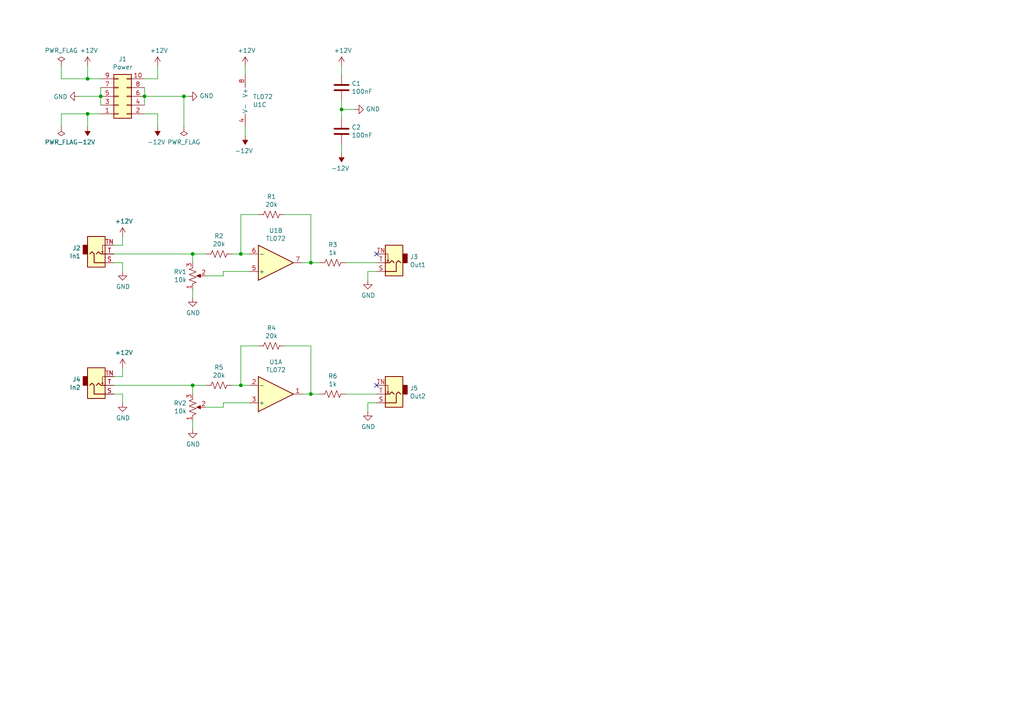
<source format=kicad_sch>
(kicad_sch
	(version 20231120)
	(generator "eeschema")
	(generator_version "8.0")
	(uuid "df520bc0-fc5d-4ffa-b02f-880bd114c754")
	(paper "A4")
	(lib_symbols
		(symbol "Amplifier_Operational:TL072"
			(pin_names
				(offset 0.127)
			)
			(exclude_from_sim no)
			(in_bom yes)
			(on_board yes)
			(property "Reference" "U"
				(at 0 5.08 0)
				(effects
					(font
						(size 1.27 1.27)
					)
					(justify left)
				)
			)
			(property "Value" "TL072"
				(at 0 -5.08 0)
				(effects
					(font
						(size 1.27 1.27)
					)
					(justify left)
				)
			)
			(property "Footprint" ""
				(at 0 0 0)
				(effects
					(font
						(size 1.27 1.27)
					)
					(hide yes)
				)
			)
			(property "Datasheet" "http://www.ti.com/lit/ds/symlink/tl071.pdf"
				(at 0 0 0)
				(effects
					(font
						(size 1.27 1.27)
					)
					(hide yes)
				)
			)
			(property "Description" "Dual Low-Noise JFET-Input Operational Amplifiers, DIP-8/SOIC-8"
				(at 0 0 0)
				(effects
					(font
						(size 1.27 1.27)
					)
					(hide yes)
				)
			)
			(property "ki_locked" ""
				(at 0 0 0)
				(effects
					(font
						(size 1.27 1.27)
					)
				)
			)
			(property "ki_keywords" "dual opamp"
				(at 0 0 0)
				(effects
					(font
						(size 1.27 1.27)
					)
					(hide yes)
				)
			)
			(property "ki_fp_filters" "SOIC*3.9x4.9mm*P1.27mm* DIP*W7.62mm* TO*99* OnSemi*Micro8* TSSOP*3x3mm*P0.65mm* TSSOP*4.4x3mm*P0.65mm* MSOP*3x3mm*P0.65mm* SSOP*3.9x4.9mm*P0.635mm* LFCSP*2x2mm*P0.5mm* *SIP* SOIC*5.3x6.2mm*P1.27mm*"
				(at 0 0 0)
				(effects
					(font
						(size 1.27 1.27)
					)
					(hide yes)
				)
			)
			(symbol "TL072_1_1"
				(polyline
					(pts
						(xy -5.08 5.08) (xy 5.08 0) (xy -5.08 -5.08) (xy -5.08 5.08)
					)
					(stroke
						(width 0.254)
						(type default)
					)
					(fill
						(type background)
					)
				)
				(pin output line
					(at 7.62 0 180)
					(length 2.54)
					(name "~"
						(effects
							(font
								(size 1.27 1.27)
							)
						)
					)
					(number "1"
						(effects
							(font
								(size 1.27 1.27)
							)
						)
					)
				)
				(pin input line
					(at -7.62 -2.54 0)
					(length 2.54)
					(name "-"
						(effects
							(font
								(size 1.27 1.27)
							)
						)
					)
					(number "2"
						(effects
							(font
								(size 1.27 1.27)
							)
						)
					)
				)
				(pin input line
					(at -7.62 2.54 0)
					(length 2.54)
					(name "+"
						(effects
							(font
								(size 1.27 1.27)
							)
						)
					)
					(number "3"
						(effects
							(font
								(size 1.27 1.27)
							)
						)
					)
				)
			)
			(symbol "TL072_2_1"
				(polyline
					(pts
						(xy -5.08 5.08) (xy 5.08 0) (xy -5.08 -5.08) (xy -5.08 5.08)
					)
					(stroke
						(width 0.254)
						(type default)
					)
					(fill
						(type background)
					)
				)
				(pin input line
					(at -7.62 2.54 0)
					(length 2.54)
					(name "+"
						(effects
							(font
								(size 1.27 1.27)
							)
						)
					)
					(number "5"
						(effects
							(font
								(size 1.27 1.27)
							)
						)
					)
				)
				(pin input line
					(at -7.62 -2.54 0)
					(length 2.54)
					(name "-"
						(effects
							(font
								(size 1.27 1.27)
							)
						)
					)
					(number "6"
						(effects
							(font
								(size 1.27 1.27)
							)
						)
					)
				)
				(pin output line
					(at 7.62 0 180)
					(length 2.54)
					(name "~"
						(effects
							(font
								(size 1.27 1.27)
							)
						)
					)
					(number "7"
						(effects
							(font
								(size 1.27 1.27)
							)
						)
					)
				)
			)
			(symbol "TL072_3_1"
				(pin power_in line
					(at -2.54 -7.62 90)
					(length 3.81)
					(name "V-"
						(effects
							(font
								(size 1.27 1.27)
							)
						)
					)
					(number "4"
						(effects
							(font
								(size 1.27 1.27)
							)
						)
					)
				)
				(pin power_in line
					(at -2.54 7.62 270)
					(length 3.81)
					(name "V+"
						(effects
							(font
								(size 1.27 1.27)
							)
						)
					)
					(number "8"
						(effects
							(font
								(size 1.27 1.27)
							)
						)
					)
				)
			)
		)
		(symbol "Connector_Generic:Conn_02x05_Odd_Even"
			(pin_names
				(offset 1.016) hide)
			(exclude_from_sim no)
			(in_bom yes)
			(on_board yes)
			(property "Reference" "J"
				(at 1.27 7.62 0)
				(effects
					(font
						(size 1.27 1.27)
					)
				)
			)
			(property "Value" "Conn_02x05_Odd_Even"
				(at 1.27 -7.62 0)
				(effects
					(font
						(size 1.27 1.27)
					)
				)
			)
			(property "Footprint" ""
				(at 0 0 0)
				(effects
					(font
						(size 1.27 1.27)
					)
					(hide yes)
				)
			)
			(property "Datasheet" "~"
				(at 0 0 0)
				(effects
					(font
						(size 1.27 1.27)
					)
					(hide yes)
				)
			)
			(property "Description" "Generic connector, double row, 02x05, odd/even pin numbering scheme (row 1 odd numbers, row 2 even numbers), script generated (kicad-library-utils/schlib/autogen/connector/)"
				(at 0 0 0)
				(effects
					(font
						(size 1.27 1.27)
					)
					(hide yes)
				)
			)
			(property "ki_keywords" "connector"
				(at 0 0 0)
				(effects
					(font
						(size 1.27 1.27)
					)
					(hide yes)
				)
			)
			(property "ki_fp_filters" "Connector*:*_2x??_*"
				(at 0 0 0)
				(effects
					(font
						(size 1.27 1.27)
					)
					(hide yes)
				)
			)
			(symbol "Conn_02x05_Odd_Even_1_1"
				(rectangle
					(start -1.27 -4.953)
					(end 0 -5.207)
					(stroke
						(width 0.1524)
						(type default)
					)
					(fill
						(type none)
					)
				)
				(rectangle
					(start -1.27 -2.413)
					(end 0 -2.667)
					(stroke
						(width 0.1524)
						(type default)
					)
					(fill
						(type none)
					)
				)
				(rectangle
					(start -1.27 0.127)
					(end 0 -0.127)
					(stroke
						(width 0.1524)
						(type default)
					)
					(fill
						(type none)
					)
				)
				(rectangle
					(start -1.27 2.667)
					(end 0 2.413)
					(stroke
						(width 0.1524)
						(type default)
					)
					(fill
						(type none)
					)
				)
				(rectangle
					(start -1.27 5.207)
					(end 0 4.953)
					(stroke
						(width 0.1524)
						(type default)
					)
					(fill
						(type none)
					)
				)
				(rectangle
					(start -1.27 6.35)
					(end 3.81 -6.35)
					(stroke
						(width 0.254)
						(type default)
					)
					(fill
						(type background)
					)
				)
				(rectangle
					(start 3.81 -4.953)
					(end 2.54 -5.207)
					(stroke
						(width 0.1524)
						(type default)
					)
					(fill
						(type none)
					)
				)
				(rectangle
					(start 3.81 -2.413)
					(end 2.54 -2.667)
					(stroke
						(width 0.1524)
						(type default)
					)
					(fill
						(type none)
					)
				)
				(rectangle
					(start 3.81 0.127)
					(end 2.54 -0.127)
					(stroke
						(width 0.1524)
						(type default)
					)
					(fill
						(type none)
					)
				)
				(rectangle
					(start 3.81 2.667)
					(end 2.54 2.413)
					(stroke
						(width 0.1524)
						(type default)
					)
					(fill
						(type none)
					)
				)
				(rectangle
					(start 3.81 5.207)
					(end 2.54 4.953)
					(stroke
						(width 0.1524)
						(type default)
					)
					(fill
						(type none)
					)
				)
				(pin passive line
					(at -5.08 5.08 0)
					(length 3.81)
					(name "Pin_1"
						(effects
							(font
								(size 1.27 1.27)
							)
						)
					)
					(number "1"
						(effects
							(font
								(size 1.27 1.27)
							)
						)
					)
				)
				(pin passive line
					(at 7.62 -5.08 180)
					(length 3.81)
					(name "Pin_10"
						(effects
							(font
								(size 1.27 1.27)
							)
						)
					)
					(number "10"
						(effects
							(font
								(size 1.27 1.27)
							)
						)
					)
				)
				(pin passive line
					(at 7.62 5.08 180)
					(length 3.81)
					(name "Pin_2"
						(effects
							(font
								(size 1.27 1.27)
							)
						)
					)
					(number "2"
						(effects
							(font
								(size 1.27 1.27)
							)
						)
					)
				)
				(pin passive line
					(at -5.08 2.54 0)
					(length 3.81)
					(name "Pin_3"
						(effects
							(font
								(size 1.27 1.27)
							)
						)
					)
					(number "3"
						(effects
							(font
								(size 1.27 1.27)
							)
						)
					)
				)
				(pin passive line
					(at 7.62 2.54 180)
					(length 3.81)
					(name "Pin_4"
						(effects
							(font
								(size 1.27 1.27)
							)
						)
					)
					(number "4"
						(effects
							(font
								(size 1.27 1.27)
							)
						)
					)
				)
				(pin passive line
					(at -5.08 0 0)
					(length 3.81)
					(name "Pin_5"
						(effects
							(font
								(size 1.27 1.27)
							)
						)
					)
					(number "5"
						(effects
							(font
								(size 1.27 1.27)
							)
						)
					)
				)
				(pin passive line
					(at 7.62 0 180)
					(length 3.81)
					(name "Pin_6"
						(effects
							(font
								(size 1.27 1.27)
							)
						)
					)
					(number "6"
						(effects
							(font
								(size 1.27 1.27)
							)
						)
					)
				)
				(pin passive line
					(at -5.08 -2.54 0)
					(length 3.81)
					(name "Pin_7"
						(effects
							(font
								(size 1.27 1.27)
							)
						)
					)
					(number "7"
						(effects
							(font
								(size 1.27 1.27)
							)
						)
					)
				)
				(pin passive line
					(at 7.62 -2.54 180)
					(length 3.81)
					(name "Pin_8"
						(effects
							(font
								(size 1.27 1.27)
							)
						)
					)
					(number "8"
						(effects
							(font
								(size 1.27 1.27)
							)
						)
					)
				)
				(pin passive line
					(at -5.08 -5.08 0)
					(length 3.81)
					(name "Pin_9"
						(effects
							(font
								(size 1.27 1.27)
							)
						)
					)
					(number "9"
						(effects
							(font
								(size 1.27 1.27)
							)
						)
					)
				)
			)
		)
		(symbol "Device:C"
			(pin_numbers hide)
			(pin_names
				(offset 0.254)
			)
			(exclude_from_sim no)
			(in_bom yes)
			(on_board yes)
			(property "Reference" "C"
				(at 0.635 2.54 0)
				(effects
					(font
						(size 1.27 1.27)
					)
					(justify left)
				)
			)
			(property "Value" "C"
				(at 0.635 -2.54 0)
				(effects
					(font
						(size 1.27 1.27)
					)
					(justify left)
				)
			)
			(property "Footprint" ""
				(at 0.9652 -3.81 0)
				(effects
					(font
						(size 1.27 1.27)
					)
					(hide yes)
				)
			)
			(property "Datasheet" "~"
				(at 0 0 0)
				(effects
					(font
						(size 1.27 1.27)
					)
					(hide yes)
				)
			)
			(property "Description" "Unpolarized capacitor"
				(at 0 0 0)
				(effects
					(font
						(size 1.27 1.27)
					)
					(hide yes)
				)
			)
			(property "ki_keywords" "cap capacitor"
				(at 0 0 0)
				(effects
					(font
						(size 1.27 1.27)
					)
					(hide yes)
				)
			)
			(property "ki_fp_filters" "C_*"
				(at 0 0 0)
				(effects
					(font
						(size 1.27 1.27)
					)
					(hide yes)
				)
			)
			(symbol "C_0_1"
				(polyline
					(pts
						(xy -2.032 -0.762) (xy 2.032 -0.762)
					)
					(stroke
						(width 0.508)
						(type default)
					)
					(fill
						(type none)
					)
				)
				(polyline
					(pts
						(xy -2.032 0.762) (xy 2.032 0.762)
					)
					(stroke
						(width 0.508)
						(type default)
					)
					(fill
						(type none)
					)
				)
			)
			(symbol "C_1_1"
				(pin passive line
					(at 0 3.81 270)
					(length 2.794)
					(name "~"
						(effects
							(font
								(size 1.27 1.27)
							)
						)
					)
					(number "1"
						(effects
							(font
								(size 1.27 1.27)
							)
						)
					)
				)
				(pin passive line
					(at 0 -3.81 90)
					(length 2.794)
					(name "~"
						(effects
							(font
								(size 1.27 1.27)
							)
						)
					)
					(number "2"
						(effects
							(font
								(size 1.27 1.27)
							)
						)
					)
				)
			)
		)
		(symbol "Device:R_US"
			(pin_numbers hide)
			(pin_names
				(offset 0)
			)
			(exclude_from_sim no)
			(in_bom yes)
			(on_board yes)
			(property "Reference" "R"
				(at 2.54 0 90)
				(effects
					(font
						(size 1.27 1.27)
					)
				)
			)
			(property "Value" "R_US"
				(at -2.54 0 90)
				(effects
					(font
						(size 1.27 1.27)
					)
				)
			)
			(property "Footprint" ""
				(at 1.016 -0.254 90)
				(effects
					(font
						(size 1.27 1.27)
					)
					(hide yes)
				)
			)
			(property "Datasheet" "~"
				(at 0 0 0)
				(effects
					(font
						(size 1.27 1.27)
					)
					(hide yes)
				)
			)
			(property "Description" "Resistor, US symbol"
				(at 0 0 0)
				(effects
					(font
						(size 1.27 1.27)
					)
					(hide yes)
				)
			)
			(property "ki_keywords" "R res resistor"
				(at 0 0 0)
				(effects
					(font
						(size 1.27 1.27)
					)
					(hide yes)
				)
			)
			(property "ki_fp_filters" "R_*"
				(at 0 0 0)
				(effects
					(font
						(size 1.27 1.27)
					)
					(hide yes)
				)
			)
			(symbol "R_US_0_1"
				(polyline
					(pts
						(xy 0 -2.286) (xy 0 -2.54)
					)
					(stroke
						(width 0)
						(type default)
					)
					(fill
						(type none)
					)
				)
				(polyline
					(pts
						(xy 0 2.286) (xy 0 2.54)
					)
					(stroke
						(width 0)
						(type default)
					)
					(fill
						(type none)
					)
				)
				(polyline
					(pts
						(xy 0 -0.762) (xy 1.016 -1.143) (xy 0 -1.524) (xy -1.016 -1.905) (xy 0 -2.286)
					)
					(stroke
						(width 0)
						(type default)
					)
					(fill
						(type none)
					)
				)
				(polyline
					(pts
						(xy 0 0.762) (xy 1.016 0.381) (xy 0 0) (xy -1.016 -0.381) (xy 0 -0.762)
					)
					(stroke
						(width 0)
						(type default)
					)
					(fill
						(type none)
					)
				)
				(polyline
					(pts
						(xy 0 2.286) (xy 1.016 1.905) (xy 0 1.524) (xy -1.016 1.143) (xy 0 0.762)
					)
					(stroke
						(width 0)
						(type default)
					)
					(fill
						(type none)
					)
				)
			)
			(symbol "R_US_1_1"
				(pin passive line
					(at 0 3.81 270)
					(length 1.27)
					(name "~"
						(effects
							(font
								(size 1.27 1.27)
							)
						)
					)
					(number "1"
						(effects
							(font
								(size 1.27 1.27)
							)
						)
					)
				)
				(pin passive line
					(at 0 -3.81 90)
					(length 1.27)
					(name "~"
						(effects
							(font
								(size 1.27 1.27)
							)
						)
					)
					(number "2"
						(effects
							(font
								(size 1.27 1.27)
							)
						)
					)
				)
			)
		)
		(symbol "attenuverters-rescue:+12V-power"
			(power)
			(pin_names
				(offset 0)
			)
			(exclude_from_sim no)
			(in_bom yes)
			(on_board yes)
			(property "Reference" "#PWR"
				(at 0 -3.81 0)
				(effects
					(font
						(size 1.27 1.27)
					)
					(hide yes)
				)
			)
			(property "Value" "power_+12V"
				(at 0 3.556 0)
				(effects
					(font
						(size 1.27 1.27)
					)
				)
			)
			(property "Footprint" ""
				(at 0 0 0)
				(effects
					(font
						(size 1.27 1.27)
					)
					(hide yes)
				)
			)
			(property "Datasheet" ""
				(at 0 0 0)
				(effects
					(font
						(size 1.27 1.27)
					)
					(hide yes)
				)
			)
			(property "Description" ""
				(at 0 0 0)
				(effects
					(font
						(size 1.27 1.27)
					)
					(hide yes)
				)
			)
			(symbol "+12V-power_0_1"
				(polyline
					(pts
						(xy -0.762 1.27) (xy 0 2.54)
					)
					(stroke
						(width 0)
						(type solid)
					)
					(fill
						(type none)
					)
				)
				(polyline
					(pts
						(xy 0 0) (xy 0 2.54)
					)
					(stroke
						(width 0)
						(type solid)
					)
					(fill
						(type none)
					)
				)
				(polyline
					(pts
						(xy 0 2.54) (xy 0.762 1.27)
					)
					(stroke
						(width 0)
						(type solid)
					)
					(fill
						(type none)
					)
				)
			)
			(symbol "+12V-power_1_1"
				(pin power_in line
					(at 0 0 90)
					(length 0) hide
					(name "+12V"
						(effects
							(font
								(size 1.27 1.27)
							)
						)
					)
					(number "1"
						(effects
							(font
								(size 1.27 1.27)
							)
						)
					)
				)
			)
		)
		(symbol "attenuverters-rescue:-12V-power"
			(power)
			(pin_names
				(offset 0)
			)
			(exclude_from_sim no)
			(in_bom yes)
			(on_board yes)
			(property "Reference" "#PWR"
				(at 0 2.54 0)
				(effects
					(font
						(size 1.27 1.27)
					)
					(hide yes)
				)
			)
			(property "Value" "power_-12V"
				(at 0 3.81 0)
				(effects
					(font
						(size 1.27 1.27)
					)
				)
			)
			(property "Footprint" ""
				(at 0 0 0)
				(effects
					(font
						(size 1.27 1.27)
					)
					(hide yes)
				)
			)
			(property "Datasheet" ""
				(at 0 0 0)
				(effects
					(font
						(size 1.27 1.27)
					)
					(hide yes)
				)
			)
			(property "Description" ""
				(at 0 0 0)
				(effects
					(font
						(size 1.27 1.27)
					)
					(hide yes)
				)
			)
			(symbol "-12V-power_0_0"
				(pin power_in line
					(at 0 0 90)
					(length 0) hide
					(name "-12V"
						(effects
							(font
								(size 1.27 1.27)
							)
						)
					)
					(number "1"
						(effects
							(font
								(size 1.27 1.27)
							)
						)
					)
				)
			)
			(symbol "-12V-power_0_1"
				(polyline
					(pts
						(xy 0 0) (xy 0 1.27) (xy 0.762 1.27) (xy 0 2.54) (xy -0.762 1.27) (xy 0 1.27)
					)
					(stroke
						(width 0)
						(type solid)
					)
					(fill
						(type outline)
					)
				)
			)
		)
		(symbol "attenuverters-rescue:AudioJack2_SwitchT-Connector"
			(exclude_from_sim no)
			(in_bom yes)
			(on_board yes)
			(property "Reference" "J"
				(at 0 8.89 0)
				(effects
					(font
						(size 1.27 1.27)
					)
				)
			)
			(property "Value" "Connector_AudioJack2_SwitchT"
				(at 0 6.35 0)
				(effects
					(font
						(size 1.27 1.27)
					)
				)
			)
			(property "Footprint" ""
				(at 0 0 0)
				(effects
					(font
						(size 1.27 1.27)
					)
					(hide yes)
				)
			)
			(property "Datasheet" ""
				(at 0 0 0)
				(effects
					(font
						(size 1.27 1.27)
					)
					(hide yes)
				)
			)
			(property "Description" ""
				(at 0 0 0)
				(effects
					(font
						(size 1.27 1.27)
					)
					(hide yes)
				)
			)
			(property "ki_fp_filters" "Jack*"
				(at 0 0 0)
				(effects
					(font
						(size 1.27 1.27)
					)
					(hide yes)
				)
			)
			(symbol "AudioJack2_SwitchT-Connector_0_1"
				(rectangle
					(start -2.54 0)
					(end -3.81 -2.54)
					(stroke
						(width 0.254)
						(type solid)
					)
					(fill
						(type outline)
					)
				)
				(polyline
					(pts
						(xy 1.778 -0.254) (xy 2.032 -0.762)
					)
					(stroke
						(width 0)
						(type solid)
					)
					(fill
						(type none)
					)
				)
				(polyline
					(pts
						(xy 0 0) (xy 0.635 -0.635) (xy 1.27 0) (xy 2.54 0)
					)
					(stroke
						(width 0.254)
						(type solid)
					)
					(fill
						(type none)
					)
				)
				(polyline
					(pts
						(xy 2.54 -2.54) (xy 1.778 -2.54) (xy 1.778 -0.254) (xy 1.524 -0.762)
					)
					(stroke
						(width 0)
						(type solid)
					)
					(fill
						(type none)
					)
				)
				(polyline
					(pts
						(xy 2.54 2.54) (xy -0.635 2.54) (xy -0.635 0) (xy -1.27 -0.635) (xy -1.905 0)
					)
					(stroke
						(width 0.254)
						(type solid)
					)
					(fill
						(type none)
					)
				)
				(rectangle
					(start 2.54 3.81)
					(end -2.54 -5.08)
					(stroke
						(width 0.254)
						(type solid)
					)
					(fill
						(type background)
					)
				)
			)
			(symbol "AudioJack2_SwitchT-Connector_1_1"
				(pin passive line
					(at 5.08 2.54 180)
					(length 2.54)
					(name "~"
						(effects
							(font
								(size 1.27 1.27)
							)
						)
					)
					(number "S"
						(effects
							(font
								(size 1.27 1.27)
							)
						)
					)
				)
				(pin passive line
					(at 5.08 0 180)
					(length 2.54)
					(name "~"
						(effects
							(font
								(size 1.27 1.27)
							)
						)
					)
					(number "T"
						(effects
							(font
								(size 1.27 1.27)
							)
						)
					)
				)
				(pin passive line
					(at 5.08 -2.54 180)
					(length 2.54)
					(name "~"
						(effects
							(font
								(size 1.27 1.27)
							)
						)
					)
					(number "TN"
						(effects
							(font
								(size 1.27 1.27)
							)
						)
					)
				)
			)
		)
		(symbol "attenuverters-rescue:GND-power"
			(power)
			(pin_names
				(offset 0)
			)
			(exclude_from_sim no)
			(in_bom yes)
			(on_board yes)
			(property "Reference" "#PWR"
				(at 0 -6.35 0)
				(effects
					(font
						(size 1.27 1.27)
					)
					(hide yes)
				)
			)
			(property "Value" "power_GND"
				(at 0 -3.81 0)
				(effects
					(font
						(size 1.27 1.27)
					)
				)
			)
			(property "Footprint" ""
				(at 0 0 0)
				(effects
					(font
						(size 1.27 1.27)
					)
					(hide yes)
				)
			)
			(property "Datasheet" ""
				(at 0 0 0)
				(effects
					(font
						(size 1.27 1.27)
					)
					(hide yes)
				)
			)
			(property "Description" ""
				(at 0 0 0)
				(effects
					(font
						(size 1.27 1.27)
					)
					(hide yes)
				)
			)
			(symbol "GND-power_0_1"
				(polyline
					(pts
						(xy 0 0) (xy 0 -1.27) (xy 1.27 -1.27) (xy 0 -2.54) (xy -1.27 -1.27) (xy 0 -1.27)
					)
					(stroke
						(width 0)
						(type solid)
					)
					(fill
						(type none)
					)
				)
			)
			(symbol "GND-power_1_1"
				(pin power_in line
					(at 0 0 270)
					(length 0) hide
					(name "GND"
						(effects
							(font
								(size 1.27 1.27)
							)
						)
					)
					(number "1"
						(effects
							(font
								(size 1.27 1.27)
							)
						)
					)
				)
			)
		)
		(symbol "attenuverters-rescue:PWR_FLAG-power"
			(power)
			(pin_numbers hide)
			(pin_names
				(offset 0) hide)
			(exclude_from_sim no)
			(in_bom yes)
			(on_board yes)
			(property "Reference" "#FLG"
				(at 0 1.905 0)
				(effects
					(font
						(size 1.27 1.27)
					)
					(hide yes)
				)
			)
			(property "Value" "power_PWR_FLAG"
				(at 0 3.81 0)
				(effects
					(font
						(size 1.27 1.27)
					)
				)
			)
			(property "Footprint" ""
				(at 0 0 0)
				(effects
					(font
						(size 1.27 1.27)
					)
					(hide yes)
				)
			)
			(property "Datasheet" ""
				(at 0 0 0)
				(effects
					(font
						(size 1.27 1.27)
					)
					(hide yes)
				)
			)
			(property "Description" ""
				(at 0 0 0)
				(effects
					(font
						(size 1.27 1.27)
					)
					(hide yes)
				)
			)
			(symbol "PWR_FLAG-power_0_0"
				(pin power_out line
					(at 0 0 90)
					(length 0)
					(name "pwr"
						(effects
							(font
								(size 1.27 1.27)
							)
						)
					)
					(number "1"
						(effects
							(font
								(size 1.27 1.27)
							)
						)
					)
				)
			)
			(symbol "PWR_FLAG-power_0_1"
				(polyline
					(pts
						(xy 0 0) (xy 0 1.27) (xy -1.016 1.905) (xy 0 2.54) (xy 1.016 1.905) (xy 0 1.27)
					)
					(stroke
						(width 0)
						(type solid)
					)
					(fill
						(type none)
					)
				)
			)
		)
		(symbol "attenuverters-rescue:R_POT_US-Device"
			(pin_names
				(offset 1.016) hide)
			(exclude_from_sim no)
			(in_bom yes)
			(on_board yes)
			(property "Reference" "RV"
				(at -4.445 0 90)
				(effects
					(font
						(size 1.27 1.27)
					)
				)
			)
			(property "Value" "Device_R_POT_US"
				(at -2.54 0 90)
				(effects
					(font
						(size 1.27 1.27)
					)
				)
			)
			(property "Footprint" ""
				(at 0 0 0)
				(effects
					(font
						(size 1.27 1.27)
					)
					(hide yes)
				)
			)
			(property "Datasheet" ""
				(at 0 0 0)
				(effects
					(font
						(size 1.27 1.27)
					)
					(hide yes)
				)
			)
			(property "Description" ""
				(at 0 0 0)
				(effects
					(font
						(size 1.27 1.27)
					)
					(hide yes)
				)
			)
			(property "ki_fp_filters" "Potentiometer*"
				(at 0 0 0)
				(effects
					(font
						(size 1.27 1.27)
					)
					(hide yes)
				)
			)
			(symbol "R_POT_US-Device_0_1"
				(polyline
					(pts
						(xy 0 -2.286) (xy 0 -2.54)
					)
					(stroke
						(width 0)
						(type solid)
					)
					(fill
						(type none)
					)
				)
				(polyline
					(pts
						(xy 0 2.54) (xy 0 2.286)
					)
					(stroke
						(width 0)
						(type solid)
					)
					(fill
						(type none)
					)
				)
				(polyline
					(pts
						(xy 2.54 0) (xy 1.524 0)
					)
					(stroke
						(width 0)
						(type solid)
					)
					(fill
						(type none)
					)
				)
				(polyline
					(pts
						(xy 1.143 0) (xy 2.286 0.508) (xy 2.286 -0.508) (xy 1.143 0)
					)
					(stroke
						(width 0)
						(type solid)
					)
					(fill
						(type outline)
					)
				)
				(polyline
					(pts
						(xy 0 -0.762) (xy 1.016 -1.143) (xy 0 -1.524) (xy -1.016 -1.905) (xy 0 -2.286)
					)
					(stroke
						(width 0)
						(type solid)
					)
					(fill
						(type none)
					)
				)
				(polyline
					(pts
						(xy 0 0.762) (xy 1.016 0.381) (xy 0 0) (xy -1.016 -0.381) (xy 0 -0.762)
					)
					(stroke
						(width 0)
						(type solid)
					)
					(fill
						(type none)
					)
				)
				(polyline
					(pts
						(xy 0 2.286) (xy 1.016 1.905) (xy 0 1.524) (xy -1.016 1.143) (xy 0 0.762)
					)
					(stroke
						(width 0)
						(type solid)
					)
					(fill
						(type none)
					)
				)
			)
			(symbol "R_POT_US-Device_1_1"
				(pin passive line
					(at 0 3.81 270)
					(length 1.27)
					(name "1"
						(effects
							(font
								(size 1.27 1.27)
							)
						)
					)
					(number "1"
						(effects
							(font
								(size 1.27 1.27)
							)
						)
					)
				)
				(pin passive line
					(at 3.81 0 180)
					(length 1.27)
					(name "2"
						(effects
							(font
								(size 1.27 1.27)
							)
						)
					)
					(number "2"
						(effects
							(font
								(size 1.27 1.27)
							)
						)
					)
				)
				(pin passive line
					(at 0 -3.81 90)
					(length 1.27)
					(name "3"
						(effects
							(font
								(size 1.27 1.27)
							)
						)
					)
					(number "3"
						(effects
							(font
								(size 1.27 1.27)
							)
						)
					)
				)
			)
		)
	)
	(junction
		(at 90.17 114.3)
		(diameter 0)
		(color 0 0 0 0)
		(uuid "3483b486-58cd-4484-9323-32528e23cf30")
	)
	(junction
		(at 55.88 111.76)
		(diameter 0)
		(color 0 0 0 0)
		(uuid "4bec8784-50b2-4b91-b515-7fb2b117ff51")
	)
	(junction
		(at 25.4 22.86)
		(diameter 0)
		(color 0 0 0 0)
		(uuid "57518cec-e30a-4d6a-8882-c8c803e5da4e")
	)
	(junction
		(at 69.85 111.76)
		(diameter 0)
		(color 0 0 0 0)
		(uuid "6c971d25-ba7f-474e-925c-46832f38494a")
	)
	(junction
		(at 25.4 33.02)
		(diameter 0)
		(color 0 0 0 0)
		(uuid "7f1e7ce3-05d9-426d-936b-d5f030d89e64")
	)
	(junction
		(at 55.88 73.66)
		(diameter 0)
		(color 0 0 0 0)
		(uuid "8e594f4e-e589-4979-9255-154f4e210928")
	)
	(junction
		(at 53.34 27.94)
		(diameter 0)
		(color 0 0 0 0)
		(uuid "91e22406-8de8-403e-b175-d9e24d655086")
	)
	(junction
		(at 29.21 27.94)
		(diameter 0)
		(color 0 0 0 0)
		(uuid "9746562d-9d86-4eb9-95f4-1d5acf961b82")
	)
	(junction
		(at 99.06 31.75)
		(diameter 0)
		(color 0 0 0 0)
		(uuid "b5d483b9-3a6b-4911-b97b-68c3e20e00ea")
	)
	(junction
		(at 41.91 27.94)
		(diameter 0)
		(color 0 0 0 0)
		(uuid "d1e6f4dc-8d28-4418-ae55-71e8799a4833")
	)
	(junction
		(at 69.85 73.66)
		(diameter 0)
		(color 0 0 0 0)
		(uuid "d9d0a256-b8a3-41e1-806c-3ce82d5f2031")
	)
	(junction
		(at 90.17 76.2)
		(diameter 0)
		(color 0 0 0 0)
		(uuid "f109f6db-1ad3-46ca-97e9-95da78dd315b")
	)
	(no_connect
		(at 109.22 73.66)
		(uuid "69c1a330-f082-433d-89eb-35ab02f030d7")
	)
	(no_connect
		(at 109.22 111.76)
		(uuid "b3e429b2-1a73-4f19-b3f8-ddc10661d639")
	)
	(wire
		(pts
			(xy 64.77 80.01) (xy 64.77 78.74)
		)
		(stroke
			(width 0)
			(type default)
		)
		(uuid "05e40609-78a4-4d75-b774-2788746a2719")
	)
	(wire
		(pts
			(xy 64.77 78.74) (xy 72.39 78.74)
		)
		(stroke
			(width 0)
			(type default)
		)
		(uuid "0ba61b88-38a9-4360-8fd8-f72280c4e185")
	)
	(wire
		(pts
			(xy 53.34 27.94) (xy 53.34 36.83)
		)
		(stroke
			(width 0)
			(type default)
		)
		(uuid "0ca31001-82e0-462a-a624-edc36c7e1faa")
	)
	(wire
		(pts
			(xy 69.85 73.66) (xy 72.39 73.66)
		)
		(stroke
			(width 0)
			(type default)
		)
		(uuid "13acb915-c7f0-4d3f-a9cb-ce9ce8b023f6")
	)
	(wire
		(pts
			(xy 90.17 100.33) (xy 82.55 100.33)
		)
		(stroke
			(width 0)
			(type default)
		)
		(uuid "15b3c747-023a-4ba0-b2ad-96a86650b143")
	)
	(wire
		(pts
			(xy 87.63 114.3) (xy 90.17 114.3)
		)
		(stroke
			(width 0)
			(type default)
		)
		(uuid "1a6bb19c-2ce3-49b7-91cb-c7a4e8366157")
	)
	(wire
		(pts
			(xy 25.4 19.05) (xy 25.4 22.86)
		)
		(stroke
			(width 0)
			(type default)
		)
		(uuid "1b039437-609d-4d98-903e-9887fd8aff6a")
	)
	(wire
		(pts
			(xy 106.68 119.38) (xy 106.68 116.84)
		)
		(stroke
			(width 0)
			(type default)
		)
		(uuid "1bc6a28b-9e09-4339-a7ca-21c9fb9ad011")
	)
	(wire
		(pts
			(xy 33.02 71.12) (xy 35.56 71.12)
		)
		(stroke
			(width 0)
			(type default)
		)
		(uuid "1eac63f1-2edc-42d7-adf3-dae9bef27011")
	)
	(wire
		(pts
			(xy 99.06 44.45) (xy 99.06 41.91)
		)
		(stroke
			(width 0)
			(type default)
		)
		(uuid "1f3f6d4c-f542-4f15-84b0-5a7622f3e1de")
	)
	(wire
		(pts
			(xy 35.56 109.22) (xy 35.56 106.68)
		)
		(stroke
			(width 0)
			(type default)
		)
		(uuid "2280ba36-e050-4074-9b57-a46688cc27fd")
	)
	(wire
		(pts
			(xy 106.68 78.74) (xy 109.22 78.74)
		)
		(stroke
			(width 0)
			(type default)
		)
		(uuid "250208c8-f068-4834-962f-04017083958a")
	)
	(wire
		(pts
			(xy 64.77 116.84) (xy 72.39 116.84)
		)
		(stroke
			(width 0)
			(type default)
		)
		(uuid "2d24a38b-e75a-45e1-b837-0de1510a9119")
	)
	(wire
		(pts
			(xy 55.88 114.3) (xy 55.88 111.76)
		)
		(stroke
			(width 0)
			(type default)
		)
		(uuid "2d5890dc-480a-4d3a-bfe0-36895e8c669f")
	)
	(wire
		(pts
			(xy 17.78 33.02) (xy 25.4 33.02)
		)
		(stroke
			(width 0)
			(type default)
		)
		(uuid "3b3615a6-c98d-40ce-8f93-5730f594c9f0")
	)
	(wire
		(pts
			(xy 33.02 76.2) (xy 35.56 76.2)
		)
		(stroke
			(width 0)
			(type default)
		)
		(uuid "4002b13f-dbf6-4cc8-91f9-f1ecc403eb74")
	)
	(wire
		(pts
			(xy 53.34 27.94) (xy 54.61 27.94)
		)
		(stroke
			(width 0)
			(type default)
		)
		(uuid "40bf2003-3787-42a8-9f07-2c0ea2d9b99e")
	)
	(wire
		(pts
			(xy 29.21 27.94) (xy 29.21 30.48)
		)
		(stroke
			(width 0)
			(type default)
		)
		(uuid "49cef764-7380-4a70-ba64-3420c6e98fbf")
	)
	(wire
		(pts
			(xy 29.21 25.4) (xy 29.21 27.94)
		)
		(stroke
			(width 0)
			(type default)
		)
		(uuid "49d71ea5-3bdd-49bc-b93b-c12611de1735")
	)
	(wire
		(pts
			(xy 100.33 114.3) (xy 109.22 114.3)
		)
		(stroke
			(width 0)
			(type default)
		)
		(uuid "4c225ad1-bb90-4754-9b49-0859f12b17e2")
	)
	(wire
		(pts
			(xy 33.02 109.22) (xy 35.56 109.22)
		)
		(stroke
			(width 0)
			(type default)
		)
		(uuid "4ee3cbd5-b98b-4eaf-88b2-6f14d996da53")
	)
	(wire
		(pts
			(xy 59.69 80.01) (xy 64.77 80.01)
		)
		(stroke
			(width 0)
			(type default)
		)
		(uuid "5096fb66-c4e3-4cf4-85b4-7d34295fab5c")
	)
	(wire
		(pts
			(xy 100.33 76.2) (xy 109.22 76.2)
		)
		(stroke
			(width 0)
			(type default)
		)
		(uuid "52178339-e781-40bf-a869-5a3d5642be3b")
	)
	(wire
		(pts
			(xy 22.86 27.94) (xy 29.21 27.94)
		)
		(stroke
			(width 0)
			(type default)
		)
		(uuid "54085a3c-9e21-4b55-b8dc-b2a624999998")
	)
	(wire
		(pts
			(xy 99.06 19.05) (xy 99.06 21.59)
		)
		(stroke
			(width 0)
			(type default)
		)
		(uuid "55b252be-a119-4da4-a544-5afe25695602")
	)
	(wire
		(pts
			(xy 35.56 71.12) (xy 35.56 68.58)
		)
		(stroke
			(width 0)
			(type default)
		)
		(uuid "5e6a05c8-d5d5-4a5b-9873-7e7e383e6499")
	)
	(wire
		(pts
			(xy 71.12 39.37) (xy 71.12 36.83)
		)
		(stroke
			(width 0)
			(type default)
		)
		(uuid "61dd45e2-d62a-4117-8bc4-a6f17fba9a6c")
	)
	(wire
		(pts
			(xy 99.06 31.75) (xy 99.06 34.29)
		)
		(stroke
			(width 0)
			(type default)
		)
		(uuid "6694d493-c08f-41a9-8316-2ac1dde17c67")
	)
	(wire
		(pts
			(xy 69.85 100.33) (xy 69.85 111.76)
		)
		(stroke
			(width 0)
			(type default)
		)
		(uuid "6b4b4457-b2e2-4796-b3fd-648a54d48efc")
	)
	(wire
		(pts
			(xy 90.17 76.2) (xy 87.63 76.2)
		)
		(stroke
			(width 0)
			(type default)
		)
		(uuid "6e6eb1c7-f88e-4e54-af2f-9cc648646d28")
	)
	(wire
		(pts
			(xy 90.17 62.23) (xy 90.17 76.2)
		)
		(stroke
			(width 0)
			(type default)
		)
		(uuid "7008ce67-24df-4bb8-8de8-5d44a1f44ad5")
	)
	(wire
		(pts
			(xy 25.4 33.02) (xy 29.21 33.02)
		)
		(stroke
			(width 0)
			(type default)
		)
		(uuid "73661959-3484-4087-9ad6-7a90d308a41c")
	)
	(wire
		(pts
			(xy 102.87 31.75) (xy 99.06 31.75)
		)
		(stroke
			(width 0)
			(type default)
		)
		(uuid "74ed9c5f-37a7-4ef8-a956-988caceaf65f")
	)
	(wire
		(pts
			(xy 106.68 81.28) (xy 106.68 78.74)
		)
		(stroke
			(width 0)
			(type default)
		)
		(uuid "79cd7167-f0a5-4f2a-8c4e-4b953c57ae06")
	)
	(wire
		(pts
			(xy 69.85 62.23) (xy 74.93 62.23)
		)
		(stroke
			(width 0)
			(type default)
		)
		(uuid "809539a8-759d-4b17-9357-f3251e44056d")
	)
	(wire
		(pts
			(xy 25.4 22.86) (xy 17.78 22.86)
		)
		(stroke
			(width 0)
			(type default)
		)
		(uuid "844f44ca-2ae3-418d-b376-420a641b268f")
	)
	(wire
		(pts
			(xy 71.12 19.05) (xy 71.12 21.59)
		)
		(stroke
			(width 0)
			(type default)
		)
		(uuid "8765fb71-e441-49c0-a088-0239bddeea52")
	)
	(wire
		(pts
			(xy 41.91 33.02) (xy 45.72 33.02)
		)
		(stroke
			(width 0)
			(type default)
		)
		(uuid "89c3a9e4-a154-4885-8358-3021e5ed96ba")
	)
	(wire
		(pts
			(xy 45.72 22.86) (xy 45.72 19.05)
		)
		(stroke
			(width 0)
			(type default)
		)
		(uuid "8d095e0d-547a-42d0-ac16-25a53fd77083")
	)
	(wire
		(pts
			(xy 33.02 73.66) (xy 55.88 73.66)
		)
		(stroke
			(width 0)
			(type default)
		)
		(uuid "9a03e41b-a272-4331-9b08-1a2fe4770fd1")
	)
	(wire
		(pts
			(xy 55.88 121.92) (xy 55.88 124.46)
		)
		(stroke
			(width 0)
			(type default)
		)
		(uuid "9f789316-c630-4809-95fa-de3078d4c24a")
	)
	(wire
		(pts
			(xy 99.06 29.21) (xy 99.06 31.75)
		)
		(stroke
			(width 0)
			(type default)
		)
		(uuid "a0213ed7-54db-4457-9513-f87f833ab81d")
	)
	(wire
		(pts
			(xy 67.31 73.66) (xy 69.85 73.66)
		)
		(stroke
			(width 0)
			(type default)
		)
		(uuid "a0496d42-b34b-4c5e-95c0-e6f0a674a869")
	)
	(wire
		(pts
			(xy 69.85 111.76) (xy 72.39 111.76)
		)
		(stroke
			(width 0)
			(type default)
		)
		(uuid "a0fcb799-9bdd-437c-b8bb-22b539f96bda")
	)
	(wire
		(pts
			(xy 45.72 33.02) (xy 45.72 36.83)
		)
		(stroke
			(width 0)
			(type default)
		)
		(uuid "a394d14c-ee92-4ff1-a0c5-03d6d9eacb89")
	)
	(wire
		(pts
			(xy 17.78 22.86) (xy 17.78 19.05)
		)
		(stroke
			(width 0)
			(type default)
		)
		(uuid "a5fec125-12d9-49fa-a93d-78c62db52fd8")
	)
	(wire
		(pts
			(xy 41.91 27.94) (xy 41.91 30.48)
		)
		(stroke
			(width 0)
			(type default)
		)
		(uuid "a9056e74-9caf-447d-8900-4566e40cbd45")
	)
	(wire
		(pts
			(xy 55.88 73.66) (xy 59.69 73.66)
		)
		(stroke
			(width 0)
			(type default)
		)
		(uuid "b467b3b1-985c-4a73-a1a9-8af6d69afd3f")
	)
	(wire
		(pts
			(xy 35.56 76.2) (xy 35.56 78.74)
		)
		(stroke
			(width 0)
			(type default)
		)
		(uuid "bcba4a53-14ba-4aae-815c-d7c6fdbad387")
	)
	(wire
		(pts
			(xy 35.56 114.3) (xy 35.56 116.84)
		)
		(stroke
			(width 0)
			(type default)
		)
		(uuid "bfb890c8-bdde-41f9-9eaa-e95a43fc9fc6")
	)
	(wire
		(pts
			(xy 41.91 22.86) (xy 45.72 22.86)
		)
		(stroke
			(width 0)
			(type default)
		)
		(uuid "bffdb077-0fb5-44cb-a6f7-3fa4cf0972e4")
	)
	(wire
		(pts
			(xy 69.85 73.66) (xy 69.85 62.23)
		)
		(stroke
			(width 0)
			(type default)
		)
		(uuid "c117172e-e7ff-4c21-b3f9-8a6294d5aa3e")
	)
	(wire
		(pts
			(xy 82.55 62.23) (xy 90.17 62.23)
		)
		(stroke
			(width 0)
			(type default)
		)
		(uuid "c1e3b04d-6e56-4ce6-9744-5ff6f5d67094")
	)
	(wire
		(pts
			(xy 74.93 100.33) (xy 69.85 100.33)
		)
		(stroke
			(width 0)
			(type default)
		)
		(uuid "c4a448f8-2d52-4850-8194-5b401444ce84")
	)
	(wire
		(pts
			(xy 41.91 27.94) (xy 53.34 27.94)
		)
		(stroke
			(width 0)
			(type default)
		)
		(uuid "c4e4009e-3c64-4617-857a-9e4215492c5f")
	)
	(wire
		(pts
			(xy 17.78 36.83) (xy 17.78 33.02)
		)
		(stroke
			(width 0)
			(type default)
		)
		(uuid "c7c6ea9e-f538-490f-8faf-476daccd52a9")
	)
	(wire
		(pts
			(xy 33.02 111.76) (xy 55.88 111.76)
		)
		(stroke
			(width 0)
			(type default)
		)
		(uuid "c7e6f909-74ec-4d1d-a3d6-45423739f818")
	)
	(wire
		(pts
			(xy 106.68 116.84) (xy 109.22 116.84)
		)
		(stroke
			(width 0)
			(type default)
		)
		(uuid "c8cafcfc-ffd8-4d7c-8ba7-6e41384d63fe")
	)
	(wire
		(pts
			(xy 64.77 118.11) (xy 64.77 116.84)
		)
		(stroke
			(width 0)
			(type default)
		)
		(uuid "d1138c16-b05f-4bc2-b14b-1a7f3dee3183")
	)
	(wire
		(pts
			(xy 25.4 22.86) (xy 29.21 22.86)
		)
		(stroke
			(width 0)
			(type default)
		)
		(uuid "d161d749-6b48-4da8-b514-5f3b403a02f3")
	)
	(wire
		(pts
			(xy 55.88 73.66) (xy 55.88 76.2)
		)
		(stroke
			(width 0)
			(type default)
		)
		(uuid "d4a74340-9ac3-4ae3-b210-8009a7711747")
	)
	(wire
		(pts
			(xy 55.88 111.76) (xy 59.69 111.76)
		)
		(stroke
			(width 0)
			(type default)
		)
		(uuid "d7832cc3-9521-437e-bb43-6465d0335cc4")
	)
	(wire
		(pts
			(xy 90.17 114.3) (xy 92.71 114.3)
		)
		(stroke
			(width 0)
			(type default)
		)
		(uuid "d7c6bb6d-9e36-4de4-9c34-e03963cd36e7")
	)
	(wire
		(pts
			(xy 33.02 114.3) (xy 35.56 114.3)
		)
		(stroke
			(width 0)
			(type default)
		)
		(uuid "d7eca558-681a-4c76-8cdd-9123df3ba015")
	)
	(wire
		(pts
			(xy 41.91 25.4) (xy 41.91 27.94)
		)
		(stroke
			(width 0)
			(type default)
		)
		(uuid "d845ea77-e076-47d3-a7b4-c250904cec1b")
	)
	(wire
		(pts
			(xy 67.31 111.76) (xy 69.85 111.76)
		)
		(stroke
			(width 0)
			(type default)
		)
		(uuid "e1e85ec1-ed32-4ceb-b3d4-6a0582785c98")
	)
	(wire
		(pts
			(xy 90.17 114.3) (xy 90.17 100.33)
		)
		(stroke
			(width 0)
			(type default)
		)
		(uuid "e8321f64-eb96-4703-b0df-e777b65af7ce")
	)
	(wire
		(pts
			(xy 55.88 83.82) (xy 55.88 86.36)
		)
		(stroke
			(width 0)
			(type default)
		)
		(uuid "e9924941-df2b-47bc-8e1e-a20ec29fc4fa")
	)
	(wire
		(pts
			(xy 25.4 36.83) (xy 25.4 33.02)
		)
		(stroke
			(width 0)
			(type default)
		)
		(uuid "f216dd1f-8f6a-4799-8318-268fe730f153")
	)
	(wire
		(pts
			(xy 59.69 118.11) (xy 64.77 118.11)
		)
		(stroke
			(width 0)
			(type default)
		)
		(uuid "faf43390-54a7-4d5b-90a1-a15a9e7823d9")
	)
	(wire
		(pts
			(xy 90.17 76.2) (xy 92.71 76.2)
		)
		(stroke
			(width 0)
			(type default)
		)
		(uuid "fde7edd3-4ff7-4f97-9929-9b653e409128")
	)
	(symbol
		(lib_id "attenuverters-rescue:AudioJack2_SwitchT-Connector")
		(at 27.94 73.66 0)
		(mirror x)
		(unit 1)
		(exclude_from_sim no)
		(in_bom yes)
		(on_board yes)
		(dnp no)
		(uuid "00000000-0000-0000-0000-000065df05ff")
		(property "Reference" "J2"
			(at 23.3934 71.9582 0)
			(effects
				(font
					(size 1.27 1.27)
				)
				(justify right)
			)
		)
		(property "Value" "In1"
			(at 23.3934 74.2696 0)
			(effects
				(font
					(size 1.27 1.27)
				)
				(justify right)
			)
		)
		(property "Footprint" "Connector_Audio:Jack_3.5mm_QingPu_WQP-PJ398SM_Vertical_CircularHoles"
			(at 27.94 73.66 0)
			(effects
				(font
					(size 1.27 1.27)
				)
				(hide yes)
			)
		)
		(property "Datasheet" "~"
			(at 27.94 73.66 0)
			(effects
				(font
					(size 1.27 1.27)
				)
				(hide yes)
			)
		)
		(property "Description" ""
			(at 27.94 73.66 0)
			(effects
				(font
					(size 1.27 1.27)
				)
				(hide yes)
			)
		)
		(pin "TN"
			(uuid "ebe04f3f-a783-4c5c-9620-3afd28987a41")
		)
		(pin "S"
			(uuid "52644ef1-18c6-4b62-ad8b-8b77d8fedeba")
		)
		(pin "T"
			(uuid "9a973de0-49bc-4c41-8450-8f0ac7d0bff5")
		)
		(instances
			(project "attenuverters"
				(path "/df520bc0-fc5d-4ffa-b02f-880bd114c754"
					(reference "J2")
					(unit 1)
				)
			)
		)
	)
	(symbol
		(lib_id "attenuverters-rescue:AudioJack2_SwitchT-Connector")
		(at 27.94 111.76 0)
		(mirror x)
		(unit 1)
		(exclude_from_sim no)
		(in_bom yes)
		(on_board yes)
		(dnp no)
		(uuid "00000000-0000-0000-0000-000065df0b1b")
		(property "Reference" "J4"
			(at 23.3934 110.0582 0)
			(effects
				(font
					(size 1.27 1.27)
				)
				(justify right)
			)
		)
		(property "Value" "In2"
			(at 23.3934 112.3696 0)
			(effects
				(font
					(size 1.27 1.27)
				)
				(justify right)
			)
		)
		(property "Footprint" "Connector_Audio:Jack_3.5mm_QingPu_WQP-PJ398SM_Vertical_CircularHoles"
			(at 27.94 111.76 0)
			(effects
				(font
					(size 1.27 1.27)
				)
				(hide yes)
			)
		)
		(property "Datasheet" "~"
			(at 27.94 111.76 0)
			(effects
				(font
					(size 1.27 1.27)
				)
				(hide yes)
			)
		)
		(property "Description" ""
			(at 27.94 111.76 0)
			(effects
				(font
					(size 1.27 1.27)
				)
				(hide yes)
			)
		)
		(pin "T"
			(uuid "22c16100-f265-4dc1-9c75-e6f5796fe12c")
		)
		(pin "TN"
			(uuid "82f4610c-c082-4625-a80a-9357185b3d80")
		)
		(pin "S"
			(uuid "7092ec77-da58-4bd6-853f-2de80dee4264")
		)
		(instances
			(project "attenuverters"
				(path "/df520bc0-fc5d-4ffa-b02f-880bd114c754"
					(reference "J4")
					(unit 1)
				)
			)
		)
	)
	(symbol
		(lib_id "attenuverters-rescue:AudioJack2_SwitchT-Connector")
		(at 114.3 76.2 180)
		(unit 1)
		(exclude_from_sim no)
		(in_bom yes)
		(on_board yes)
		(dnp no)
		(uuid "00000000-0000-0000-0000-000065df20b0")
		(property "Reference" "J3"
			(at 118.872 74.4982 0)
			(effects
				(font
					(size 1.27 1.27)
				)
				(justify right)
			)
		)
		(property "Value" "Out1"
			(at 118.872 76.8096 0)
			(effects
				(font
					(size 1.27 1.27)
				)
				(justify right)
			)
		)
		(property "Footprint" "Connector_Audio:Jack_3.5mm_QingPu_WQP-PJ398SM_Vertical_CircularHoles"
			(at 114.3 76.2 0)
			(effects
				(font
					(size 1.27 1.27)
				)
				(hide yes)
			)
		)
		(property "Datasheet" "~"
			(at 114.3 76.2 0)
			(effects
				(font
					(size 1.27 1.27)
				)
				(hide yes)
			)
		)
		(property "Description" ""
			(at 114.3 76.2 0)
			(effects
				(font
					(size 1.27 1.27)
				)
				(hide yes)
			)
		)
		(pin "TN"
			(uuid "4cc3dc74-8dc6-45fe-9a1e-9cd3d0aa74a0")
		)
		(pin "S"
			(uuid "f31c2492-044b-4da7-b144-695494f6f0d9")
		)
		(pin "T"
			(uuid "cb02be1f-68fa-4e6d-8774-cdb056017643")
		)
		(instances
			(project "attenuverters"
				(path "/df520bc0-fc5d-4ffa-b02f-880bd114c754"
					(reference "J3")
					(unit 1)
				)
			)
		)
	)
	(symbol
		(lib_id "attenuverters-rescue:AudioJack2_SwitchT-Connector")
		(at 114.3 114.3 180)
		(unit 1)
		(exclude_from_sim no)
		(in_bom yes)
		(on_board yes)
		(dnp no)
		(uuid "00000000-0000-0000-0000-000065df2644")
		(property "Reference" "J5"
			(at 118.872 112.5982 0)
			(effects
				(font
					(size 1.27 1.27)
				)
				(justify right)
			)
		)
		(property "Value" "Out2"
			(at 118.872 114.9096 0)
			(effects
				(font
					(size 1.27 1.27)
				)
				(justify right)
			)
		)
		(property "Footprint" "Connector_Audio:Jack_3.5mm_QingPu_WQP-PJ398SM_Vertical_CircularHoles"
			(at 114.3 114.3 0)
			(effects
				(font
					(size 1.27 1.27)
				)
				(hide yes)
			)
		)
		(property "Datasheet" "~"
			(at 114.3 114.3 0)
			(effects
				(font
					(size 1.27 1.27)
				)
				(hide yes)
			)
		)
		(property "Description" ""
			(at 114.3 114.3 0)
			(effects
				(font
					(size 1.27 1.27)
				)
				(hide yes)
			)
		)
		(pin "TN"
			(uuid "59884cd6-e772-4000-9f5a-739191388d2f")
		)
		(pin "T"
			(uuid "f9642d26-b3b7-4ede-b576-dfe8bdad0f2c")
		)
		(pin "S"
			(uuid "6cd5e240-fb25-4270-aa3d-574e04a7f840")
		)
		(instances
			(project "attenuverters"
				(path "/df520bc0-fc5d-4ffa-b02f-880bd114c754"
					(reference "J5")
					(unit 1)
				)
			)
		)
	)
	(symbol
		(lib_id "Connector_Generic:Conn_02x05_Odd_Even")
		(at 34.29 27.94 0)
		(mirror x)
		(unit 1)
		(exclude_from_sim no)
		(in_bom yes)
		(on_board yes)
		(dnp no)
		(uuid "00000000-0000-0000-0000-000065df398a")
		(property "Reference" "J1"
			(at 35.56 17.145 0)
			(effects
				(font
					(size 1.27 1.27)
				)
			)
		)
		(property "Value" "Power"
			(at 35.56 19.4564 0)
			(effects
				(font
					(size 1.27 1.27)
				)
			)
		)
		(property "Footprint" "Connector_IDC:IDC-Header_2x05_P2.54mm_Vertical"
			(at 34.29 27.94 0)
			(effects
				(font
					(size 1.27 1.27)
				)
				(hide yes)
			)
		)
		(property "Datasheet" "~"
			(at 34.29 27.94 0)
			(effects
				(font
					(size 1.27 1.27)
				)
				(hide yes)
			)
		)
		(property "Description" ""
			(at 34.29 27.94 0)
			(effects
				(font
					(size 1.27 1.27)
				)
				(hide yes)
			)
		)
		(pin "8"
			(uuid "162fdec0-864a-49bc-befe-a75bbbd3a011")
		)
		(pin "4"
			(uuid "22e84aed-9c7a-482b-ba3e-5ea5ea8de8e8")
		)
		(pin "5"
			(uuid "b687e32e-5a28-4f64-afa4-90aa3f551071")
		)
		(pin "2"
			(uuid "b7b5779c-dd50-46fb-9a61-cbb528cda40a")
		)
		(pin "6"
			(uuid "c0056a57-09dd-4cb3-8a85-45e64a126799")
		)
		(pin "3"
			(uuid "f29e18bb-6b00-4803-b9b2-1f5c1b88ef86")
		)
		(pin "1"
			(uuid "1bcca390-bf11-4ad0-ab87-242a58e7f4b9")
		)
		(pin "10"
			(uuid "7371b8b2-f54b-4c04-8594-e21b5883ad39")
		)
		(pin "7"
			(uuid "9905ce56-896d-4ed5-b601-10a131a6ba06")
		)
		(pin "9"
			(uuid "fd0e1682-0d1f-4dc2-a646-350cb9f65377")
		)
		(instances
			(project "attenuverters"
				(path "/df520bc0-fc5d-4ffa-b02f-880bd114c754"
					(reference "J1")
					(unit 1)
				)
			)
		)
	)
	(symbol
		(lib_id "Device:R_US")
		(at 63.5 73.66 270)
		(unit 1)
		(exclude_from_sim no)
		(in_bom yes)
		(on_board yes)
		(dnp no)
		(uuid "00000000-0000-0000-0000-000065df9a6f")
		(property "Reference" "R2"
			(at 63.5 68.453 90)
			(effects
				(font
					(size 1.27 1.27)
				)
			)
		)
		(property "Value" "20k"
			(at 63.5 70.7644 90)
			(effects
				(font
					(size 1.27 1.27)
				)
			)
		)
		(property "Footprint" "Resistor_SMD:R_0805_2012Metric_Pad1.20x1.40mm_HandSolder"
			(at 63.246 74.676 90)
			(effects
				(font
					(size 1.27 1.27)
				)
				(hide yes)
			)
		)
		(property "Datasheet" "~"
			(at 63.5 73.66 0)
			(effects
				(font
					(size 1.27 1.27)
				)
				(hide yes)
			)
		)
		(property "Description" ""
			(at 63.5 73.66 0)
			(effects
				(font
					(size 1.27 1.27)
				)
				(hide yes)
			)
		)
		(pin "2"
			(uuid "85940ab2-4c52-45f3-b8a4-b99f79a7ab98")
		)
		(pin "1"
			(uuid "37be7a58-0ac5-47c5-ad9b-008101c79521")
		)
		(instances
			(project "attenuverters"
				(path "/df520bc0-fc5d-4ffa-b02f-880bd114c754"
					(reference "R2")
					(unit 1)
				)
			)
		)
	)
	(symbol
		(lib_id "attenuverters-rescue:R_POT_US-Device")
		(at 55.88 80.01 0)
		(mirror x)
		(unit 1)
		(exclude_from_sim no)
		(in_bom yes)
		(on_board yes)
		(dnp no)
		(uuid "00000000-0000-0000-0000-000065dfa454")
		(property "Reference" "RV1"
			(at 54.1528 78.8416 0)
			(effects
				(font
					(size 1.27 1.27)
				)
				(justify right)
			)
		)
		(property "Value" "10k"
			(at 54.1528 81.153 0)
			(effects
				(font
					(size 1.27 1.27)
				)
				(justify right)
			)
		)
		(property "Footprint" "Potentiometer_THT:Potentiometer_Alpha_RD901F-40-00D_Single_Vertical_CircularHoles"
			(at 55.88 80.01 0)
			(effects
				(font
					(size 1.27 1.27)
				)
				(hide yes)
			)
		)
		(property "Datasheet" "~"
			(at 55.88 80.01 0)
			(effects
				(font
					(size 1.27 1.27)
				)
				(hide yes)
			)
		)
		(property "Description" ""
			(at 55.88 80.01 0)
			(effects
				(font
					(size 1.27 1.27)
				)
				(hide yes)
			)
		)
		(pin "3"
			(uuid "9a746129-3bd9-401d-ab7e-d8904a12c7c2")
		)
		(pin "1"
			(uuid "28956198-d4b4-46c3-9024-ed7bf85d6bf9")
		)
		(pin "2"
			(uuid "eaccd14e-a252-421d-b11f-25796091509e")
		)
		(instances
			(project "attenuverters"
				(path "/df520bc0-fc5d-4ffa-b02f-880bd114c754"
					(reference "RV1")
					(unit 1)
				)
			)
		)
	)
	(symbol
		(lib_id "Device:C")
		(at 99.06 25.4 0)
		(unit 1)
		(exclude_from_sim no)
		(in_bom yes)
		(on_board yes)
		(dnp no)
		(uuid "00000000-0000-0000-0000-000065dfa924")
		(property "Reference" "C1"
			(at 101.981 24.2316 0)
			(effects
				(font
					(size 1.27 1.27)
				)
				(justify left)
			)
		)
		(property "Value" "100nF"
			(at 101.981 26.543 0)
			(effects
				(font
					(size 1.27 1.27)
				)
				(justify left)
			)
		)
		(property "Footprint" "Capacitor_SMD:C_0805_2012Metric_Pad1.18x1.45mm_HandSolder"
			(at 100.0252 29.21 0)
			(effects
				(font
					(size 1.27 1.27)
				)
				(hide yes)
			)
		)
		(property "Datasheet" "~"
			(at 99.06 25.4 0)
			(effects
				(font
					(size 1.27 1.27)
				)
				(hide yes)
			)
		)
		(property "Description" ""
			(at 99.06 25.4 0)
			(effects
				(font
					(size 1.27 1.27)
				)
				(hide yes)
			)
		)
		(pin "1"
			(uuid "b7a1bcaa-d4af-4535-8820-218f99c676eb")
		)
		(pin "2"
			(uuid "59e10b52-a5d8-4e91-8992-0837f9aa7f5b")
		)
		(instances
			(project "attenuverters"
				(path "/df520bc0-fc5d-4ffa-b02f-880bd114c754"
					(reference "C1")
					(unit 1)
				)
			)
		)
	)
	(symbol
		(lib_id "attenuverters-rescue:+12V-power")
		(at 45.72 19.05 0)
		(unit 1)
		(exclude_from_sim no)
		(in_bom yes)
		(on_board yes)
		(dnp no)
		(uuid "00000000-0000-0000-0000-000065dfaea5")
		(property "Reference" "#PWR02"
			(at 45.72 22.86 0)
			(effects
				(font
					(size 1.27 1.27)
				)
				(hide yes)
			)
		)
		(property "Value" "+12V"
			(at 46.101 14.6558 0)
			(effects
				(font
					(size 1.27 1.27)
				)
			)
		)
		(property "Footprint" ""
			(at 45.72 19.05 0)
			(effects
				(font
					(size 1.27 1.27)
				)
				(hide yes)
			)
		)
		(property "Datasheet" ""
			(at 45.72 19.05 0)
			(effects
				(font
					(size 1.27 1.27)
				)
				(hide yes)
			)
		)
		(property "Description" ""
			(at 45.72 19.05 0)
			(effects
				(font
					(size 1.27 1.27)
				)
				(hide yes)
			)
		)
		(pin "1"
			(uuid "bb859b2e-d4ae-4993-83f7-9b5cb8f75712")
		)
		(instances
			(project "attenuverters"
				(path "/df520bc0-fc5d-4ffa-b02f-880bd114c754"
					(reference "#PWR02")
					(unit 1)
				)
			)
		)
	)
	(symbol
		(lib_id "attenuverters-rescue:GND-power")
		(at 54.61 27.94 90)
		(unit 1)
		(exclude_from_sim no)
		(in_bom yes)
		(on_board yes)
		(dnp no)
		(uuid "00000000-0000-0000-0000-000065dfbc1a")
		(property "Reference" "#PWR06"
			(at 60.96 27.94 0)
			(effects
				(font
					(size 1.27 1.27)
				)
				(hide yes)
			)
		)
		(property "Value" "GND"
			(at 57.8612 27.813 90)
			(effects
				(font
					(size 1.27 1.27)
				)
				(justify right)
			)
		)
		(property "Footprint" ""
			(at 54.61 27.94 0)
			(effects
				(font
					(size 1.27 1.27)
				)
				(hide yes)
			)
		)
		(property "Datasheet" ""
			(at 54.61 27.94 0)
			(effects
				(font
					(size 1.27 1.27)
				)
				(hide yes)
			)
		)
		(property "Description" ""
			(at 54.61 27.94 0)
			(effects
				(font
					(size 1.27 1.27)
				)
				(hide yes)
			)
		)
		(pin "1"
			(uuid "39581869-80c1-4420-94b3-db982e9baee6")
		)
		(instances
			(project "attenuverters"
				(path "/df520bc0-fc5d-4ffa-b02f-880bd114c754"
					(reference "#PWR06")
					(unit 1)
				)
			)
		)
	)
	(symbol
		(lib_id "attenuverters-rescue:-12V-power")
		(at 45.72 36.83 180)
		(unit 1)
		(exclude_from_sim no)
		(in_bom yes)
		(on_board yes)
		(dnp no)
		(uuid "00000000-0000-0000-0000-000065dfc232")
		(property "Reference" "#PWR09"
			(at 45.72 39.37 0)
			(effects
				(font
					(size 1.27 1.27)
				)
				(hide yes)
			)
		)
		(property "Value" "-12V"
			(at 45.339 41.2242 0)
			(effects
				(font
					(size 1.27 1.27)
				)
			)
		)
		(property "Footprint" ""
			(at 45.72 36.83 0)
			(effects
				(font
					(size 1.27 1.27)
				)
				(hide yes)
			)
		)
		(property "Datasheet" ""
			(at 45.72 36.83 0)
			(effects
				(font
					(size 1.27 1.27)
				)
				(hide yes)
			)
		)
		(property "Description" ""
			(at 45.72 36.83 0)
			(effects
				(font
					(size 1.27 1.27)
				)
				(hide yes)
			)
		)
		(pin "1"
			(uuid "8cbd6deb-8072-4e94-ab5e-9079539201e1")
		)
		(instances
			(project "attenuverters"
				(path "/df520bc0-fc5d-4ffa-b02f-880bd114c754"
					(reference "#PWR09")
					(unit 1)
				)
			)
		)
	)
	(symbol
		(lib_id "attenuverters-rescue:-12V-power")
		(at 25.4 36.83 180)
		(unit 1)
		(exclude_from_sim no)
		(in_bom yes)
		(on_board yes)
		(dnp no)
		(uuid "00000000-0000-0000-0000-000065dfd87a")
		(property "Reference" "#PWR08"
			(at 25.4 39.37 0)
			(effects
				(font
					(size 1.27 1.27)
				)
				(hide yes)
			)
		)
		(property "Value" "-12V"
			(at 25.019 41.2242 0)
			(effects
				(font
					(size 1.27 1.27)
				)
			)
		)
		(property "Footprint" ""
			(at 25.4 36.83 0)
			(effects
				(font
					(size 1.27 1.27)
				)
				(hide yes)
			)
		)
		(property "Datasheet" ""
			(at 25.4 36.83 0)
			(effects
				(font
					(size 1.27 1.27)
				)
				(hide yes)
			)
		)
		(property "Description" ""
			(at 25.4 36.83 0)
			(effects
				(font
					(size 1.27 1.27)
				)
				(hide yes)
			)
		)
		(pin "1"
			(uuid "ea7f69fa-4acf-48d2-a9f4-0ca2e3743939")
		)
		(instances
			(project "attenuverters"
				(path "/df520bc0-fc5d-4ffa-b02f-880bd114c754"
					(reference "#PWR08")
					(unit 1)
				)
			)
		)
	)
	(symbol
		(lib_id "attenuverters-rescue:GND-power")
		(at 22.86 27.94 270)
		(unit 1)
		(exclude_from_sim no)
		(in_bom yes)
		(on_board yes)
		(dnp no)
		(uuid "00000000-0000-0000-0000-000065dfe495")
		(property "Reference" "#PWR05"
			(at 16.51 27.94 0)
			(effects
				(font
					(size 1.27 1.27)
				)
				(hide yes)
			)
		)
		(property "Value" "GND"
			(at 19.6088 28.067 90)
			(effects
				(font
					(size 1.27 1.27)
				)
				(justify right)
			)
		)
		(property "Footprint" ""
			(at 22.86 27.94 0)
			(effects
				(font
					(size 1.27 1.27)
				)
				(hide yes)
			)
		)
		(property "Datasheet" ""
			(at 22.86 27.94 0)
			(effects
				(font
					(size 1.27 1.27)
				)
				(hide yes)
			)
		)
		(property "Description" ""
			(at 22.86 27.94 0)
			(effects
				(font
					(size 1.27 1.27)
				)
				(hide yes)
			)
		)
		(pin "1"
			(uuid "35364868-e7d4-4e80-a07a-b7c9f1cd3d78")
		)
		(instances
			(project "attenuverters"
				(path "/df520bc0-fc5d-4ffa-b02f-880bd114c754"
					(reference "#PWR05")
					(unit 1)
				)
			)
		)
	)
	(symbol
		(lib_id "attenuverters-rescue:+12V-power")
		(at 25.4 19.05 0)
		(unit 1)
		(exclude_from_sim no)
		(in_bom yes)
		(on_board yes)
		(dnp no)
		(uuid "00000000-0000-0000-0000-000065dfebfd")
		(property "Reference" "#PWR01"
			(at 25.4 22.86 0)
			(effects
				(font
					(size 1.27 1.27)
				)
				(hide yes)
			)
		)
		(property "Value" "+12V"
			(at 25.781 14.6558 0)
			(effects
				(font
					(size 1.27 1.27)
				)
			)
		)
		(property "Footprint" ""
			(at 25.4 19.05 0)
			(effects
				(font
					(size 1.27 1.27)
				)
				(hide yes)
			)
		)
		(property "Datasheet" ""
			(at 25.4 19.05 0)
			(effects
				(font
					(size 1.27 1.27)
				)
				(hide yes)
			)
		)
		(property "Description" ""
			(at 25.4 19.05 0)
			(effects
				(font
					(size 1.27 1.27)
				)
				(hide yes)
			)
		)
		(pin "1"
			(uuid "57d69e96-6ab9-4155-a4c2-7ceb2f152fd6")
		)
		(instances
			(project "attenuverters"
				(path "/df520bc0-fc5d-4ffa-b02f-880bd114c754"
					(reference "#PWR01")
					(unit 1)
				)
			)
		)
	)
	(symbol
		(lib_id "attenuverters-rescue:+12V-power")
		(at 71.12 19.05 0)
		(unit 1)
		(exclude_from_sim no)
		(in_bom yes)
		(on_board yes)
		(dnp no)
		(uuid "00000000-0000-0000-0000-000065e01f5f")
		(property "Reference" "#PWR03"
			(at 71.12 22.86 0)
			(effects
				(font
					(size 1.27 1.27)
				)
				(hide yes)
			)
		)
		(property "Value" "+12V"
			(at 71.501 14.6558 0)
			(effects
				(font
					(size 1.27 1.27)
				)
			)
		)
		(property "Footprint" ""
			(at 71.12 19.05 0)
			(effects
				(font
					(size 1.27 1.27)
				)
				(hide yes)
			)
		)
		(property "Datasheet" ""
			(at 71.12 19.05 0)
			(effects
				(font
					(size 1.27 1.27)
				)
				(hide yes)
			)
		)
		(property "Description" ""
			(at 71.12 19.05 0)
			(effects
				(font
					(size 1.27 1.27)
				)
				(hide yes)
			)
		)
		(pin "1"
			(uuid "9545e218-f502-4253-8ae4-d9fb7349074f")
		)
		(instances
			(project "attenuverters"
				(path "/df520bc0-fc5d-4ffa-b02f-880bd114c754"
					(reference "#PWR03")
					(unit 1)
				)
			)
		)
	)
	(symbol
		(lib_id "attenuverters-rescue:-12V-power")
		(at 71.12 39.37 180)
		(unit 1)
		(exclude_from_sim no)
		(in_bom yes)
		(on_board yes)
		(dnp no)
		(uuid "00000000-0000-0000-0000-000065e0370e")
		(property "Reference" "#PWR010"
			(at 71.12 41.91 0)
			(effects
				(font
					(size 1.27 1.27)
				)
				(hide yes)
			)
		)
		(property "Value" "-12V"
			(at 70.739 43.7642 0)
			(effects
				(font
					(size 1.27 1.27)
				)
			)
		)
		(property "Footprint" ""
			(at 71.12 39.37 0)
			(effects
				(font
					(size 1.27 1.27)
				)
				(hide yes)
			)
		)
		(property "Datasheet" ""
			(at 71.12 39.37 0)
			(effects
				(font
					(size 1.27 1.27)
				)
				(hide yes)
			)
		)
		(property "Description" ""
			(at 71.12 39.37 0)
			(effects
				(font
					(size 1.27 1.27)
				)
				(hide yes)
			)
		)
		(pin "1"
			(uuid "4cdf68c2-314e-4754-8691-51aa86eb9b5a")
		)
		(instances
			(project "attenuverters"
				(path "/df520bc0-fc5d-4ffa-b02f-880bd114c754"
					(reference "#PWR010")
					(unit 1)
				)
			)
		)
	)
	(symbol
		(lib_id "Device:C")
		(at 99.06 38.1 0)
		(unit 1)
		(exclude_from_sim no)
		(in_bom yes)
		(on_board yes)
		(dnp no)
		(uuid "00000000-0000-0000-0000-000065e04067")
		(property "Reference" "C2"
			(at 101.981 36.9316 0)
			(effects
				(font
					(size 1.27 1.27)
				)
				(justify left)
			)
		)
		(property "Value" "100nF"
			(at 101.981 39.243 0)
			(effects
				(font
					(size 1.27 1.27)
				)
				(justify left)
			)
		)
		(property "Footprint" "Capacitor_SMD:C_0805_2012Metric_Pad1.18x1.45mm_HandSolder"
			(at 100.0252 41.91 0)
			(effects
				(font
					(size 1.27 1.27)
				)
				(hide yes)
			)
		)
		(property "Datasheet" "~"
			(at 99.06 38.1 0)
			(effects
				(font
					(size 1.27 1.27)
				)
				(hide yes)
			)
		)
		(property "Description" ""
			(at 99.06 38.1 0)
			(effects
				(font
					(size 1.27 1.27)
				)
				(hide yes)
			)
		)
		(pin "2"
			(uuid "1d2b3e9d-590c-4b08-b562-24cc55413e1b")
		)
		(pin "1"
			(uuid "21a95443-9114-4047-93c1-8e89f37d6453")
		)
		(instances
			(project "attenuverters"
				(path "/df520bc0-fc5d-4ffa-b02f-880bd114c754"
					(reference "C2")
					(unit 1)
				)
			)
		)
	)
	(symbol
		(lib_id "attenuverters-rescue:+12V-power")
		(at 99.06 19.05 0)
		(unit 1)
		(exclude_from_sim no)
		(in_bom yes)
		(on_board yes)
		(dnp no)
		(uuid "00000000-0000-0000-0000-000065e04456")
		(property "Reference" "#PWR04"
			(at 99.06 22.86 0)
			(effects
				(font
					(size 1.27 1.27)
				)
				(hide yes)
			)
		)
		(property "Value" "+12V"
			(at 99.441 14.6558 0)
			(effects
				(font
					(size 1.27 1.27)
				)
			)
		)
		(property "Footprint" ""
			(at 99.06 19.05 0)
			(effects
				(font
					(size 1.27 1.27)
				)
				(hide yes)
			)
		)
		(property "Datasheet" ""
			(at 99.06 19.05 0)
			(effects
				(font
					(size 1.27 1.27)
				)
				(hide yes)
			)
		)
		(property "Description" ""
			(at 99.06 19.05 0)
			(effects
				(font
					(size 1.27 1.27)
				)
				(hide yes)
			)
		)
		(pin "1"
			(uuid "c5bb67b2-fafd-4b9e-97b9-a168f485ac64")
		)
		(instances
			(project "attenuverters"
				(path "/df520bc0-fc5d-4ffa-b02f-880bd114c754"
					(reference "#PWR04")
					(unit 1)
				)
			)
		)
	)
	(symbol
		(lib_id "attenuverters-rescue:-12V-power")
		(at 99.06 44.45 180)
		(unit 1)
		(exclude_from_sim no)
		(in_bom yes)
		(on_board yes)
		(dnp no)
		(uuid "00000000-0000-0000-0000-000065e05a1d")
		(property "Reference" "#PWR011"
			(at 99.06 46.99 0)
			(effects
				(font
					(size 1.27 1.27)
				)
				(hide yes)
			)
		)
		(property "Value" "-12V"
			(at 98.679 48.8442 0)
			(effects
				(font
					(size 1.27 1.27)
				)
			)
		)
		(property "Footprint" ""
			(at 99.06 44.45 0)
			(effects
				(font
					(size 1.27 1.27)
				)
				(hide yes)
			)
		)
		(property "Datasheet" ""
			(at 99.06 44.45 0)
			(effects
				(font
					(size 1.27 1.27)
				)
				(hide yes)
			)
		)
		(property "Description" ""
			(at 99.06 44.45 0)
			(effects
				(font
					(size 1.27 1.27)
				)
				(hide yes)
			)
		)
		(pin "1"
			(uuid "9cda42b3-b851-4e87-94a5-6280b1378e98")
		)
		(instances
			(project "attenuverters"
				(path "/df520bc0-fc5d-4ffa-b02f-880bd114c754"
					(reference "#PWR011")
					(unit 1)
				)
			)
		)
	)
	(symbol
		(lib_id "attenuverters-rescue:GND-power")
		(at 102.87 31.75 90)
		(unit 1)
		(exclude_from_sim no)
		(in_bom yes)
		(on_board yes)
		(dnp no)
		(uuid "00000000-0000-0000-0000-000065e06246")
		(property "Reference" "#PWR07"
			(at 109.22 31.75 0)
			(effects
				(font
					(size 1.27 1.27)
				)
				(hide yes)
			)
		)
		(property "Value" "GND"
			(at 106.1212 31.623 90)
			(effects
				(font
					(size 1.27 1.27)
				)
				(justify right)
			)
		)
		(property "Footprint" ""
			(at 102.87 31.75 0)
			(effects
				(font
					(size 1.27 1.27)
				)
				(hide yes)
			)
		)
		(property "Datasheet" ""
			(at 102.87 31.75 0)
			(effects
				(font
					(size 1.27 1.27)
				)
				(hide yes)
			)
		)
		(property "Description" ""
			(at 102.87 31.75 0)
			(effects
				(font
					(size 1.27 1.27)
				)
				(hide yes)
			)
		)
		(pin "1"
			(uuid "2cc8d5dd-b59a-4e61-86a0-5e85c556a65d")
		)
		(instances
			(project "attenuverters"
				(path "/df520bc0-fc5d-4ffa-b02f-880bd114c754"
					(reference "#PWR07")
					(unit 1)
				)
			)
		)
	)
	(symbol
		(lib_id "attenuverters-rescue:GND-power")
		(at 55.88 86.36 0)
		(unit 1)
		(exclude_from_sim no)
		(in_bom yes)
		(on_board yes)
		(dnp no)
		(uuid "00000000-0000-0000-0000-000065e0a98f")
		(property "Reference" "#PWR014"
			(at 55.88 92.71 0)
			(effects
				(font
					(size 1.27 1.27)
				)
				(hide yes)
			)
		)
		(property "Value" "GND"
			(at 56.007 90.7542 0)
			(effects
				(font
					(size 1.27 1.27)
				)
			)
		)
		(property "Footprint" ""
			(at 55.88 86.36 0)
			(effects
				(font
					(size 1.27 1.27)
				)
				(hide yes)
			)
		)
		(property "Datasheet" ""
			(at 55.88 86.36 0)
			(effects
				(font
					(size 1.27 1.27)
				)
				(hide yes)
			)
		)
		(property "Description" ""
			(at 55.88 86.36 0)
			(effects
				(font
					(size 1.27 1.27)
				)
				(hide yes)
			)
		)
		(pin "1"
			(uuid "426eb28f-d340-4bbd-8e49-cdb9caccdff2")
		)
		(instances
			(project "attenuverters"
				(path "/df520bc0-fc5d-4ffa-b02f-880bd114c754"
					(reference "#PWR014")
					(unit 1)
				)
			)
		)
	)
	(symbol
		(lib_id "Device:R_US")
		(at 78.74 62.23 270)
		(unit 1)
		(exclude_from_sim no)
		(in_bom yes)
		(on_board yes)
		(dnp no)
		(uuid "00000000-0000-0000-0000-000065e0f087")
		(property "Reference" "R1"
			(at 78.74 57.023 90)
			(effects
				(font
					(size 1.27 1.27)
				)
			)
		)
		(property "Value" "20k"
			(at 78.74 59.3344 90)
			(effects
				(font
					(size 1.27 1.27)
				)
			)
		)
		(property "Footprint" "Resistor_SMD:R_0805_2012Metric_Pad1.20x1.40mm_HandSolder"
			(at 78.486 63.246 90)
			(effects
				(font
					(size 1.27 1.27)
				)
				(hide yes)
			)
		)
		(property "Datasheet" "~"
			(at 78.74 62.23 0)
			(effects
				(font
					(size 1.27 1.27)
				)
				(hide yes)
			)
		)
		(property "Description" ""
			(at 78.74 62.23 0)
			(effects
				(font
					(size 1.27 1.27)
				)
				(hide yes)
			)
		)
		(pin "1"
			(uuid "e4044787-c431-43f6-98dd-ee116f0c0727")
		)
		(pin "2"
			(uuid "fbcba7b0-8df6-458f-b14e-84b7afd4dad2")
		)
		(instances
			(project "attenuverters"
				(path "/df520bc0-fc5d-4ffa-b02f-880bd114c754"
					(reference "R1")
					(unit 1)
				)
			)
		)
	)
	(symbol
		(lib_id "Device:R_US")
		(at 96.52 76.2 270)
		(unit 1)
		(exclude_from_sim no)
		(in_bom yes)
		(on_board yes)
		(dnp no)
		(uuid "00000000-0000-0000-0000-000065e11f2c")
		(property "Reference" "R3"
			(at 96.52 70.993 90)
			(effects
				(font
					(size 1.27 1.27)
				)
			)
		)
		(property "Value" "1k"
			(at 96.52 73.3044 90)
			(effects
				(font
					(size 1.27 1.27)
				)
			)
		)
		(property "Footprint" "Resistor_SMD:R_0805_2012Metric_Pad1.20x1.40mm_HandSolder"
			(at 96.266 77.216 90)
			(effects
				(font
					(size 1.27 1.27)
				)
				(hide yes)
			)
		)
		(property "Datasheet" "~"
			(at 96.52 76.2 0)
			(effects
				(font
					(size 1.27 1.27)
				)
				(hide yes)
			)
		)
		(property "Description" ""
			(at 96.52 76.2 0)
			(effects
				(font
					(size 1.27 1.27)
				)
				(hide yes)
			)
		)
		(pin "2"
			(uuid "0bc0850d-4ff5-488b-90f3-d176415ebd7f")
		)
		(pin "1"
			(uuid "e1af60b5-66ba-4823-9910-295812e542a1")
		)
		(instances
			(project "attenuverters"
				(path "/df520bc0-fc5d-4ffa-b02f-880bd114c754"
					(reference "R3")
					(unit 1)
				)
			)
		)
	)
	(symbol
		(lib_id "Device:R_US")
		(at 78.74 100.33 270)
		(unit 1)
		(exclude_from_sim no)
		(in_bom yes)
		(on_board yes)
		(dnp no)
		(uuid "00000000-0000-0000-0000-000065e1bf41")
		(property "Reference" "R4"
			(at 78.74 95.123 90)
			(effects
				(font
					(size 1.27 1.27)
				)
			)
		)
		(property "Value" "20k"
			(at 78.74 97.4344 90)
			(effects
				(font
					(size 1.27 1.27)
				)
			)
		)
		(property "Footprint" "Resistor_SMD:R_0805_2012Metric_Pad1.20x1.40mm_HandSolder"
			(at 78.486 101.346 90)
			(effects
				(font
					(size 1.27 1.27)
				)
				(hide yes)
			)
		)
		(property "Datasheet" "~"
			(at 78.74 100.33 0)
			(effects
				(font
					(size 1.27 1.27)
				)
				(hide yes)
			)
		)
		(property "Description" ""
			(at 78.74 100.33 0)
			(effects
				(font
					(size 1.27 1.27)
				)
				(hide yes)
			)
		)
		(pin "2"
			(uuid "fbda9e55-7e6c-4fc2-bc24-f47e80304a4a")
		)
		(pin "1"
			(uuid "c262d923-fe0e-480b-b636-c7227f7d2815")
		)
		(instances
			(project "attenuverters"
				(path "/df520bc0-fc5d-4ffa-b02f-880bd114c754"
					(reference "R4")
					(unit 1)
				)
			)
		)
	)
	(symbol
		(lib_id "Device:R_US")
		(at 63.5 111.76 270)
		(unit 1)
		(exclude_from_sim no)
		(in_bom yes)
		(on_board yes)
		(dnp no)
		(uuid "00000000-0000-0000-0000-000065e22764")
		(property "Reference" "R5"
			(at 63.5 106.553 90)
			(effects
				(font
					(size 1.27 1.27)
				)
			)
		)
		(property "Value" "20k"
			(at 63.5 108.8644 90)
			(effects
				(font
					(size 1.27 1.27)
				)
			)
		)
		(property "Footprint" "Resistor_SMD:R_0805_2012Metric_Pad1.20x1.40mm_HandSolder"
			(at 63.246 112.776 90)
			(effects
				(font
					(size 1.27 1.27)
				)
				(hide yes)
			)
		)
		(property "Datasheet" "~"
			(at 63.5 111.76 0)
			(effects
				(font
					(size 1.27 1.27)
				)
				(hide yes)
			)
		)
		(property "Description" ""
			(at 63.5 111.76 0)
			(effects
				(font
					(size 1.27 1.27)
				)
				(hide yes)
			)
		)
		(pin "2"
			(uuid "4a17b90a-0164-4629-95ea-20c53806e9fc")
		)
		(pin "1"
			(uuid "c848714d-8063-4deb-ac91-be4b62453986")
		)
		(instances
			(project "attenuverters"
				(path "/df520bc0-fc5d-4ffa-b02f-880bd114c754"
					(reference "R5")
					(unit 1)
				)
			)
		)
	)
	(symbol
		(lib_id "attenuverters-rescue:R_POT_US-Device")
		(at 55.88 118.11 0)
		(mirror x)
		(unit 1)
		(exclude_from_sim no)
		(in_bom yes)
		(on_board yes)
		(dnp no)
		(uuid "00000000-0000-0000-0000-000065e22c98")
		(property "Reference" "RV2"
			(at 54.1528 116.9416 0)
			(effects
				(font
					(size 1.27 1.27)
				)
				(justify right)
			)
		)
		(property "Value" "10k"
			(at 54.1528 119.253 0)
			(effects
				(font
					(size 1.27 1.27)
				)
				(justify right)
			)
		)
		(property "Footprint" "Potentiometer_THT:Potentiometer_Alpha_RD901F-40-00D_Single_Vertical_CircularHoles"
			(at 55.88 118.11 0)
			(effects
				(font
					(size 1.27 1.27)
				)
				(hide yes)
			)
		)
		(property "Datasheet" "~"
			(at 55.88 118.11 0)
			(effects
				(font
					(size 1.27 1.27)
				)
				(hide yes)
			)
		)
		(property "Description" ""
			(at 55.88 118.11 0)
			(effects
				(font
					(size 1.27 1.27)
				)
				(hide yes)
			)
		)
		(pin "1"
			(uuid "468072b8-6dfb-4677-8f79-964559c32314")
		)
		(pin "3"
			(uuid "eeffabb8-ddf8-4dcf-abf0-dddc19b3de6e")
		)
		(pin "2"
			(uuid "e6f0484f-39a8-4b07-9c60-9e93893de821")
		)
		(instances
			(project "attenuverters"
				(path "/df520bc0-fc5d-4ffa-b02f-880bd114c754"
					(reference "RV2")
					(unit 1)
				)
			)
		)
	)
	(symbol
		(lib_id "attenuverters-rescue:GND-power")
		(at 55.88 124.46 0)
		(unit 1)
		(exclude_from_sim no)
		(in_bom yes)
		(on_board yes)
		(dnp no)
		(uuid "00000000-0000-0000-0000-000065e2378f")
		(property "Reference" "#PWR017"
			(at 55.88 130.81 0)
			(effects
				(font
					(size 1.27 1.27)
				)
				(hide yes)
			)
		)
		(property "Value" "GND"
			(at 56.007 128.8542 0)
			(effects
				(font
					(size 1.27 1.27)
				)
			)
		)
		(property "Footprint" ""
			(at 55.88 124.46 0)
			(effects
				(font
					(size 1.27 1.27)
				)
				(hide yes)
			)
		)
		(property "Datasheet" ""
			(at 55.88 124.46 0)
			(effects
				(font
					(size 1.27 1.27)
				)
				(hide yes)
			)
		)
		(property "Description" ""
			(at 55.88 124.46 0)
			(effects
				(font
					(size 1.27 1.27)
				)
				(hide yes)
			)
		)
		(pin "1"
			(uuid "66f76446-f0ea-43b1-ba46-bfb7f3692fdb")
		)
		(instances
			(project "attenuverters"
				(path "/df520bc0-fc5d-4ffa-b02f-880bd114c754"
					(reference "#PWR017")
					(unit 1)
				)
			)
		)
	)
	(symbol
		(lib_id "Device:R_US")
		(at 96.52 114.3 270)
		(unit 1)
		(exclude_from_sim no)
		(in_bom yes)
		(on_board yes)
		(dnp no)
		(uuid "00000000-0000-0000-0000-000065e28600")
		(property "Reference" "R6"
			(at 96.52 109.093 90)
			(effects
				(font
					(size 1.27 1.27)
				)
			)
		)
		(property "Value" "1k"
			(at 96.52 111.4044 90)
			(effects
				(font
					(size 1.27 1.27)
				)
			)
		)
		(property "Footprint" "Resistor_SMD:R_0805_2012Metric_Pad1.20x1.40mm_HandSolder"
			(at 96.266 115.316 90)
			(effects
				(font
					(size 1.27 1.27)
				)
				(hide yes)
			)
		)
		(property "Datasheet" "~"
			(at 96.52 114.3 0)
			(effects
				(font
					(size 1.27 1.27)
				)
				(hide yes)
			)
		)
		(property "Description" ""
			(at 96.52 114.3 0)
			(effects
				(font
					(size 1.27 1.27)
				)
				(hide yes)
			)
		)
		(pin "1"
			(uuid "c5ce3766-9ee1-41cf-8679-592a92e75651")
		)
		(pin "2"
			(uuid "3433b1fc-a322-4319-99ca-989e0b6bb26b")
		)
		(instances
			(project "attenuverters"
				(path "/df520bc0-fc5d-4ffa-b02f-880bd114c754"
					(reference "R6")
					(unit 1)
				)
			)
		)
	)
	(symbol
		(lib_id "attenuverters-rescue:+12V-power")
		(at 35.56 68.58 0)
		(unit 1)
		(exclude_from_sim no)
		(in_bom yes)
		(on_board yes)
		(dnp no)
		(uuid "00000000-0000-0000-0000-000065e3b865")
		(property "Reference" "#PWR0101"
			(at 35.56 72.39 0)
			(effects
				(font
					(size 1.27 1.27)
				)
				(hide yes)
			)
		)
		(property "Value" "+12V"
			(at 35.941 64.1858 0)
			(effects
				(font
					(size 1.27 1.27)
				)
			)
		)
		(property "Footprint" ""
			(at 35.56 68.58 0)
			(effects
				(font
					(size 1.27 1.27)
				)
				(hide yes)
			)
		)
		(property "Datasheet" ""
			(at 35.56 68.58 0)
			(effects
				(font
					(size 1.27 1.27)
				)
				(hide yes)
			)
		)
		(property "Description" ""
			(at 35.56 68.58 0)
			(effects
				(font
					(size 1.27 1.27)
				)
				(hide yes)
			)
		)
		(pin "1"
			(uuid "d13e66ee-17da-4715-b35e-e01a709fc058")
		)
		(instances
			(project "attenuverters"
				(path "/df520bc0-fc5d-4ffa-b02f-880bd114c754"
					(reference "#PWR0101")
					(unit 1)
				)
			)
		)
	)
	(symbol
		(lib_id "attenuverters-rescue:PWR_FLAG-power")
		(at 17.78 19.05 0)
		(unit 1)
		(exclude_from_sim no)
		(in_bom yes)
		(on_board yes)
		(dnp no)
		(uuid "00000000-0000-0000-0000-000065e4f315")
		(property "Reference" "#FLG01"
			(at 17.78 17.145 0)
			(effects
				(font
					(size 1.27 1.27)
				)
				(hide yes)
			)
		)
		(property "Value" "PWR_FLAG"
			(at 17.78 14.6558 0)
			(effects
				(font
					(size 1.27 1.27)
				)
			)
		)
		(property "Footprint" ""
			(at 17.78 19.05 0)
			(effects
				(font
					(size 1.27 1.27)
				)
				(hide yes)
			)
		)
		(property "Datasheet" "~"
			(at 17.78 19.05 0)
			(effects
				(font
					(size 1.27 1.27)
				)
				(hide yes)
			)
		)
		(property "Description" ""
			(at 17.78 19.05 0)
			(effects
				(font
					(size 1.27 1.27)
				)
				(hide yes)
			)
		)
		(pin "1"
			(uuid "5dd942c9-f426-4acd-a14e-6e4e180ac486")
		)
		(instances
			(project "attenuverters"
				(path "/df520bc0-fc5d-4ffa-b02f-880bd114c754"
					(reference "#FLG01")
					(unit 1)
				)
			)
		)
	)
	(symbol
		(lib_id "attenuverters-rescue:PWR_FLAG-power")
		(at 17.78 36.83 180)
		(unit 1)
		(exclude_from_sim no)
		(in_bom yes)
		(on_board yes)
		(dnp no)
		(uuid "00000000-0000-0000-0000-000065e527e9")
		(property "Reference" "#FLG02"
			(at 17.78 38.735 0)
			(effects
				(font
					(size 1.27 1.27)
				)
				(hide yes)
			)
		)
		(property "Value" "PWR_FLAG"
			(at 17.78 41.2242 0)
			(effects
				(font
					(size 1.27 1.27)
				)
			)
		)
		(property "Footprint" ""
			(at 17.78 36.83 0)
			(effects
				(font
					(size 1.27 1.27)
				)
				(hide yes)
			)
		)
		(property "Datasheet" "~"
			(at 17.78 36.83 0)
			(effects
				(font
					(size 1.27 1.27)
				)
				(hide yes)
			)
		)
		(property "Description" ""
			(at 17.78 36.83 0)
			(effects
				(font
					(size 1.27 1.27)
				)
				(hide yes)
			)
		)
		(pin "1"
			(uuid "14332d7d-9ef1-49c9-b8e5-939d7ae73b81")
		)
		(instances
			(project "attenuverters"
				(path "/df520bc0-fc5d-4ffa-b02f-880bd114c754"
					(reference "#FLG02")
					(unit 1)
				)
			)
		)
	)
	(symbol
		(lib_id "attenuverters-rescue:PWR_FLAG-power")
		(at 53.34 36.83 180)
		(unit 1)
		(exclude_from_sim no)
		(in_bom yes)
		(on_board yes)
		(dnp no)
		(uuid "00000000-0000-0000-0000-000065e5917a")
		(property "Reference" "#FLG03"
			(at 53.34 38.735 0)
			(effects
				(font
					(size 1.27 1.27)
				)
				(hide yes)
			)
		)
		(property "Value" "PWR_FLAG"
			(at 53.34 41.2242 0)
			(effects
				(font
					(size 1.27 1.27)
				)
			)
		)
		(property "Footprint" ""
			(at 53.34 36.83 0)
			(effects
				(font
					(size 1.27 1.27)
				)
				(hide yes)
			)
		)
		(property "Datasheet" "~"
			(at 53.34 36.83 0)
			(effects
				(font
					(size 1.27 1.27)
				)
				(hide yes)
			)
		)
		(property "Description" ""
			(at 53.34 36.83 0)
			(effects
				(font
					(size 1.27 1.27)
				)
				(hide yes)
			)
		)
		(pin "1"
			(uuid "a024da54-280a-42fc-bc34-00ab91118d70")
		)
		(instances
			(project "attenuverters"
				(path "/df520bc0-fc5d-4ffa-b02f-880bd114c754"
					(reference "#FLG03")
					(unit 1)
				)
			)
		)
	)
	(symbol
		(lib_id "attenuverters-rescue:+12V-power")
		(at 35.56 106.68 0)
		(unit 1)
		(exclude_from_sim no)
		(in_bom yes)
		(on_board yes)
		(dnp no)
		(uuid "00000000-0000-0000-0000-000065e5b707")
		(property "Reference" "#PWR0102"
			(at 35.56 110.49 0)
			(effects
				(font
					(size 1.27 1.27)
				)
				(hide yes)
			)
		)
		(property "Value" "+12V"
			(at 35.941 102.2858 0)
			(effects
				(font
					(size 1.27 1.27)
				)
			)
		)
		(property "Footprint" ""
			(at 35.56 106.68 0)
			(effects
				(font
					(size 1.27 1.27)
				)
				(hide yes)
			)
		)
		(property "Datasheet" ""
			(at 35.56 106.68 0)
			(effects
				(font
					(size 1.27 1.27)
				)
				(hide yes)
			)
		)
		(property "Description" ""
			(at 35.56 106.68 0)
			(effects
				(font
					(size 1.27 1.27)
				)
				(hide yes)
			)
		)
		(pin "1"
			(uuid "ba72207c-1f29-4b55-9b98-6d8046bbb388")
		)
		(instances
			(project "attenuverters"
				(path "/df520bc0-fc5d-4ffa-b02f-880bd114c754"
					(reference "#PWR0102")
					(unit 1)
				)
			)
		)
	)
	(symbol
		(lib_id "attenuverters-rescue:GND-power")
		(at 106.68 81.28 0)
		(unit 1)
		(exclude_from_sim no)
		(in_bom yes)
		(on_board yes)
		(dnp no)
		(uuid "00000000-0000-0000-0000-000065f84d9b")
		(property "Reference" "#PWR013"
			(at 106.68 87.63 0)
			(effects
				(font
					(size 1.27 1.27)
				)
				(hide yes)
			)
		)
		(property "Value" "GND"
			(at 106.807 85.6742 0)
			(effects
				(font
					(size 1.27 1.27)
				)
			)
		)
		(property "Footprint" ""
			(at 106.68 81.28 0)
			(effects
				(font
					(size 1.27 1.27)
				)
				(hide yes)
			)
		)
		(property "Datasheet" ""
			(at 106.68 81.28 0)
			(effects
				(font
					(size 1.27 1.27)
				)
				(hide yes)
			)
		)
		(property "Description" ""
			(at 106.68 81.28 0)
			(effects
				(font
					(size 1.27 1.27)
				)
				(hide yes)
			)
		)
		(pin "1"
			(uuid "88d91863-6105-4da3-b8ce-66b0c85e4cfa")
		)
		(instances
			(project "attenuverters"
				(path "/df520bc0-fc5d-4ffa-b02f-880bd114c754"
					(reference "#PWR013")
					(unit 1)
				)
			)
		)
	)
	(symbol
		(lib_id "attenuverters-rescue:GND-power")
		(at 106.68 119.38 0)
		(unit 1)
		(exclude_from_sim no)
		(in_bom yes)
		(on_board yes)
		(dnp no)
		(uuid "00000000-0000-0000-0000-000065f85196")
		(property "Reference" "#PWR016"
			(at 106.68 125.73 0)
			(effects
				(font
					(size 1.27 1.27)
				)
				(hide yes)
			)
		)
		(property "Value" "GND"
			(at 106.807 123.7742 0)
			(effects
				(font
					(size 1.27 1.27)
				)
			)
		)
		(property "Footprint" ""
			(at 106.68 119.38 0)
			(effects
				(font
					(size 1.27 1.27)
				)
				(hide yes)
			)
		)
		(property "Datasheet" ""
			(at 106.68 119.38 0)
			(effects
				(font
					(size 1.27 1.27)
				)
				(hide yes)
			)
		)
		(property "Description" ""
			(at 106.68 119.38 0)
			(effects
				(font
					(size 1.27 1.27)
				)
				(hide yes)
			)
		)
		(pin "1"
			(uuid "dec17d43-a61e-4fd8-bcc6-76d5c7d511da")
		)
		(instances
			(project "attenuverters"
				(path "/df520bc0-fc5d-4ffa-b02f-880bd114c754"
					(reference "#PWR016")
					(unit 1)
				)
			)
		)
	)
	(symbol
		(lib_id "attenuverters-rescue:GND-power")
		(at 35.56 116.84 0)
		(unit 1)
		(exclude_from_sim no)
		(in_bom yes)
		(on_board yes)
		(dnp no)
		(uuid "00000000-0000-0000-0000-000065f8b934")
		(property "Reference" "#PWR015"
			(at 35.56 123.19 0)
			(effects
				(font
					(size 1.27 1.27)
				)
				(hide yes)
			)
		)
		(property "Value" "GND"
			(at 35.687 121.2342 0)
			(effects
				(font
					(size 1.27 1.27)
				)
			)
		)
		(property "Footprint" ""
			(at 35.56 116.84 0)
			(effects
				(font
					(size 1.27 1.27)
				)
				(hide yes)
			)
		)
		(property "Datasheet" ""
			(at 35.56 116.84 0)
			(effects
				(font
					(size 1.27 1.27)
				)
				(hide yes)
			)
		)
		(property "Description" ""
			(at 35.56 116.84 0)
			(effects
				(font
					(size 1.27 1.27)
				)
				(hide yes)
			)
		)
		(pin "1"
			(uuid "db052b09-10e8-4af5-b5e3-83a1110fa1dc")
		)
		(instances
			(project "attenuverters"
				(path "/df520bc0-fc5d-4ffa-b02f-880bd114c754"
					(reference "#PWR015")
					(unit 1)
				)
			)
		)
	)
	(symbol
		(lib_id "attenuverters-rescue:GND-power")
		(at 35.56 78.74 0)
		(unit 1)
		(exclude_from_sim no)
		(in_bom yes)
		(on_board yes)
		(dnp no)
		(uuid "00000000-0000-0000-0000-000065f8bc02")
		(property "Reference" "#PWR012"
			(at 35.56 85.09 0)
			(effects
				(font
					(size 1.27 1.27)
				)
				(hide yes)
			)
		)
		(property "Value" "GND"
			(at 35.687 83.1342 0)
			(effects
				(font
					(size 1.27 1.27)
				)
			)
		)
		(property "Footprint" ""
			(at 35.56 78.74 0)
			(effects
				(font
					(size 1.27 1.27)
				)
				(hide yes)
			)
		)
		(property "Datasheet" ""
			(at 35.56 78.74 0)
			(effects
				(font
					(size 1.27 1.27)
				)
				(hide yes)
			)
		)
		(property "Description" ""
			(at 35.56 78.74 0)
			(effects
				(font
					(size 1.27 1.27)
				)
				(hide yes)
			)
		)
		(pin "1"
			(uuid "3d836904-fdd5-4a7a-88c7-006dfda93756")
		)
		(instances
			(project "attenuverters"
				(path "/df520bc0-fc5d-4ffa-b02f-880bd114c754"
					(reference "#PWR012")
					(unit 1)
				)
			)
		)
	)
	(symbol
		(lib_id "Amplifier_Operational:TL072")
		(at 80.01 114.3 0)
		(mirror x)
		(unit 1)
		(exclude_from_sim no)
		(in_bom yes)
		(on_board yes)
		(dnp no)
		(uuid "00000000-0000-0000-0000-000065f8cd0e")
		(property "Reference" "U1"
			(at 80.01 104.9782 0)
			(effects
				(font
					(size 1.27 1.27)
				)
			)
		)
		(property "Value" "TL072"
			(at 80.01 107.2896 0)
			(effects
				(font
					(size 1.27 1.27)
				)
			)
		)
		(property "Footprint" "Package_SO:SOIC-8_3.9x4.9mm_P1.27mm"
			(at 80.01 114.3 0)
			(effects
				(font
					(size 1.27 1.27)
				)
				(hide yes)
			)
		)
		(property "Datasheet" "http://www.ti.com/lit/ds/symlink/tl071.pdf"
			(at 80.01 114.3 0)
			(effects
				(font
					(size 1.27 1.27)
				)
				(hide yes)
			)
		)
		(property "Description" ""
			(at 80.01 114.3 0)
			(effects
				(font
					(size 1.27 1.27)
				)
				(hide yes)
			)
		)
		(pin "4"
			(uuid "16f084be-b238-49fb-be76-d1288a68eed8")
		)
		(pin "1"
			(uuid "b285c69c-5e0c-4c29-b845-b5beb3fc1240")
		)
		(pin "7"
			(uuid "1ff5347e-7836-47f5-93e6-0702b630270a")
		)
		(pin "5"
			(uuid "9b4c6c0e-22f1-4611-a9da-84af877064dc")
		)
		(pin "3"
			(uuid "c0c63cf5-2164-4b40-8916-5d49cc4189ca")
		)
		(pin "8"
			(uuid "38760c0a-9137-4c25-8268-88ff5e8ca189")
		)
		(pin "2"
			(uuid "cb6daea0-93d7-4ed3-98a4-1ece4ae69bff")
		)
		(pin "6"
			(uuid "c7384bfe-7145-4509-a068-f99ca0b1c259")
		)
		(instances
			(project "attenuverters"
				(path "/df520bc0-fc5d-4ffa-b02f-880bd114c754"
					(reference "U1")
					(unit 1)
				)
			)
		)
	)
	(symbol
		(lib_id "Amplifier_Operational:TL072")
		(at 80.01 76.2 0)
		(mirror x)
		(unit 2)
		(exclude_from_sim no)
		(in_bom yes)
		(on_board yes)
		(dnp no)
		(uuid "00000000-0000-0000-0000-000065f9377a")
		(property "Reference" "U1"
			(at 80.01 66.8782 0)
			(effects
				(font
					(size 1.27 1.27)
				)
			)
		)
		(property "Value" "TL072"
			(at 80.01 69.1896 0)
			(effects
				(font
					(size 1.27 1.27)
				)
			)
		)
		(property "Footprint" "Package_SO:SOIC-8_3.9x4.9mm_P1.27mm"
			(at 80.01 76.2 0)
			(effects
				(font
					(size 1.27 1.27)
				)
				(hide yes)
			)
		)
		(property "Datasheet" "http://www.ti.com/lit/ds/symlink/tl071.pdf"
			(at 80.01 76.2 0)
			(effects
				(font
					(size 1.27 1.27)
				)
				(hide yes)
			)
		)
		(property "Description" ""
			(at 80.01 76.2 0)
			(effects
				(font
					(size 1.27 1.27)
				)
				(hide yes)
			)
		)
		(pin "4"
			(uuid "638d5fcf-e5ac-4879-ad38-cff666e734aa")
		)
		(pin "1"
			(uuid "24270aab-610a-4b8d-9414-b2b4c627c88f")
		)
		(pin "2"
			(uuid "87d9c09e-2283-4d6f-9212-f8ac33659fd3")
		)
		(pin "8"
			(uuid "8c6e5a0d-47b2-4696-a1d3-5f348381b837")
		)
		(pin "6"
			(uuid "384c2260-4821-48e1-8428-397736b7d06f")
		)
		(pin "5"
			(uuid "9ece8710-2ff3-4f6a-9b4d-ab7df92a146a")
		)
		(pin "7"
			(uuid "d0f69b7f-ad54-47b8-8f74-aefa252c35e2")
		)
		(pin "3"
			(uuid "dbcec318-0fd3-4d2f-aab6-0350006ce5c7")
		)
		(instances
			(project "attenuverters"
				(path "/df520bc0-fc5d-4ffa-b02f-880bd114c754"
					(reference "U1")
					(unit 2)
				)
			)
		)
	)
	(symbol
		(lib_id "Amplifier_Operational:TL072")
		(at 68.58 29.21 0)
		(mirror y)
		(unit 3)
		(exclude_from_sim no)
		(in_bom yes)
		(on_board yes)
		(dnp no)
		(uuid "00000000-0000-0000-0000-000065f96ef7")
		(property "Reference" "U1"
			(at 73.3298 30.3784 0)
			(effects
				(font
					(size 1.27 1.27)
				)
				(justify right)
			)
		)
		(property "Value" "TL072"
			(at 73.3298 28.067 0)
			(effects
				(font
					(size 1.27 1.27)
				)
				(justify right)
			)
		)
		(property "Footprint" "Package_SO:SOIC-8_3.9x4.9mm_P1.27mm"
			(at 68.58 29.21 0)
			(effects
				(font
					(size 1.27 1.27)
				)
				(hide yes)
			)
		)
		(property "Datasheet" "http://www.ti.com/lit/ds/symlink/tl071.pdf"
			(at 68.58 29.21 0)
			(effects
				(font
					(size 1.27 1.27)
				)
				(hide yes)
			)
		)
		(property "Description" ""
			(at 68.58 29.21 0)
			(effects
				(font
					(size 1.27 1.27)
				)
				(hide yes)
			)
		)
		(pin "4"
			(uuid "3ad8ccd4-284c-4188-8542-1081ee86d883")
		)
		(pin "8"
			(uuid "b6b2c0dd-53e0-4b53-b17f-7303f5746c90")
		)
		(pin "2"
			(uuid "99b8565b-45de-4d57-9b32-2a5ed28c9afe")
		)
		(pin "7"
			(uuid "38eecde2-22fb-445d-a211-2073223ba0a5")
		)
		(pin "6"
			(uuid "7117e8ef-29cb-4304-81e7-b5438b8b4699")
		)
		(pin "5"
			(uuid "2236e8c2-748c-40c8-8908-53713151f18f")
		)
		(pin "3"
			(uuid "0a6494a8-4df8-40d2-b674-04c79deb92ce")
		)
		(pin "1"
			(uuid "ce5bf603-7383-49f5-a64e-0c5f390dd266")
		)
		(instances
			(project "attenuverters"
				(path "/df520bc0-fc5d-4ffa-b02f-880bd114c754"
					(reference "U1")
					(unit 3)
				)
			)
		)
	)
	(sheet_instances
		(path "/"
			(page "1")
		)
	)
)
</source>
